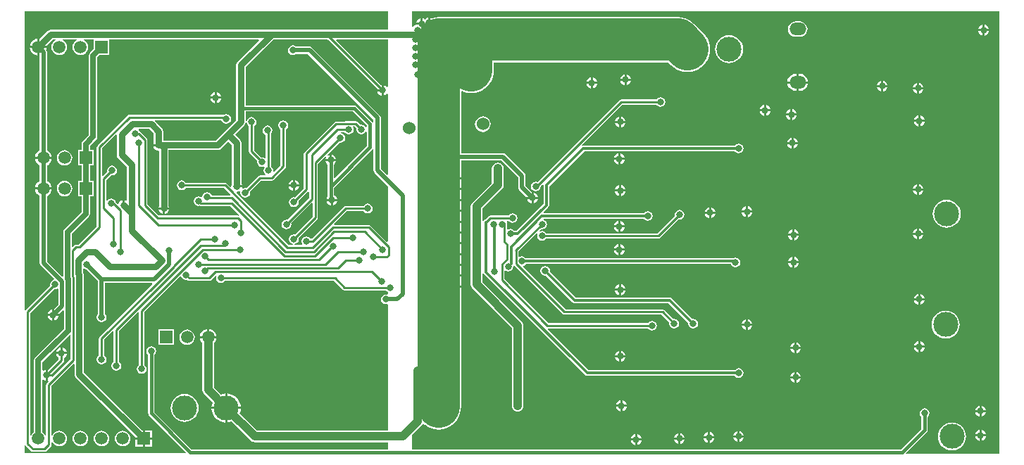
<source format=gbl>
G04 Layer_Physical_Order=2*
G04 Layer_Color=16711680*
%FSLAX25Y25*%
%MOIN*%
G70*
G01*
G75*
%ADD36C,0.20000*%
%ADD37C,0.01200*%
%ADD38C,0.04000*%
%ADD39C,0.02000*%
%ADD40C,0.01000*%
%ADD42C,0.03000*%
%ADD45C,0.02500*%
%ADD46C,0.01500*%
%ADD48R,0.05905X0.05905*%
%ADD49C,0.05905*%
%ADD50C,0.11811*%
%ADD51O,0.07874X0.05905*%
%ADD52C,0.06000*%
%ADD53C,0.03150*%
%ADD54C,0.02362*%
G36*
X221257Y340571D02*
Y336306D01*
X221251Y336298D01*
X220991Y335672D01*
X220969Y335500D01*
X223500D01*
Y334500D01*
X220969D01*
X220991Y334328D01*
X221251Y333701D01*
X221664Y333164D01*
X222201Y332751D01*
X222828Y332491D01*
X223500Y332403D01*
X223757Y332178D01*
Y306306D01*
X223751Y306298D01*
X223492Y305672D01*
X223469Y305500D01*
X228531D01*
X228508Y305672D01*
X228249Y306298D01*
X228243Y306306D01*
Y332500D01*
Y332757D01*
X251500D01*
X252358Y332928D01*
X253086Y333414D01*
X256500Y336828D01*
X258257Y335071D01*
Y316806D01*
X258251Y316798D01*
X257992Y316172D01*
X257907Y315530D01*
X257816Y315465D01*
X257424Y315306D01*
X255865Y316865D01*
X255468Y317130D01*
X255000Y317224D01*
X236418D01*
X236140Y317640D01*
X235388Y318143D01*
X234500Y318319D01*
X233612Y318143D01*
X232860Y317640D01*
X232357Y316888D01*
X232181Y316000D01*
X232357Y315112D01*
X232860Y314360D01*
X233612Y313857D01*
X234500Y313681D01*
X235388Y313857D01*
X236140Y314360D01*
X236418Y314776D01*
X254493D01*
X257546Y311723D01*
X257339Y311224D01*
X248675D01*
X248643Y311388D01*
X248140Y312140D01*
X247388Y312643D01*
X246500Y312819D01*
X245612Y312643D01*
X244860Y312140D01*
X244357Y311388D01*
X244218Y310689D01*
X243782Y310447D01*
X243697Y310436D01*
X243388Y310643D01*
X242500Y310819D01*
X241612Y310643D01*
X240860Y310140D01*
X240357Y309388D01*
X240181Y308500D01*
X240357Y307612D01*
X240860Y306860D01*
X241612Y306357D01*
X242500Y306181D01*
X243241Y306328D01*
X243500Y306276D01*
X257493D01*
X261561Y302209D01*
X261452Y301662D01*
X261423Y301639D01*
X261000Y301724D01*
X223507D01*
X218224Y307007D01*
Y337500D01*
X218130Y337968D01*
X217865Y338365D01*
X214865Y341365D01*
X214491Y341616D01*
X214140Y342140D01*
X213965Y342257D01*
X214117Y342757D01*
X219071D01*
X221257Y340571D01*
D02*
G37*
G36*
X621500Y188726D02*
X577470D01*
X577279Y189188D01*
X587045Y198955D01*
X587366Y199434D01*
X587478Y200000D01*
Y206252D01*
X587640Y206360D01*
X588143Y207112D01*
X588319Y208000D01*
X588143Y208888D01*
X587640Y209640D01*
X586888Y210143D01*
X586000Y210319D01*
X585112Y210143D01*
X584360Y209640D01*
X583857Y208888D01*
X583681Y208000D01*
X583857Y207112D01*
X584360Y206360D01*
X584522Y206252D01*
Y200612D01*
X574888Y190978D01*
X343500D01*
Y197649D01*
X347926Y202074D01*
X348358Y202638D01*
X348407Y202756D01*
X348933Y202964D01*
X349691Y202317D01*
X351127Y201437D01*
X352683Y200792D01*
X354321Y200399D01*
X356000Y200267D01*
X357679Y200399D01*
X359317Y200792D01*
X360873Y201437D01*
X362309Y202317D01*
X363589Y203411D01*
X364683Y204691D01*
X365563Y206127D01*
X366208Y207683D01*
X366601Y209321D01*
X366733Y211000D01*
Y224000D01*
Y267594D01*
X364591D01*
Y268594D01*
X366733D01*
Y272712D01*
X364591D01*
Y273712D01*
X366733D01*
Y277830D01*
X364591D01*
Y278830D01*
X366733D01*
Y282948D01*
X364591D01*
Y283948D01*
X366733D01*
Y288066D01*
X364591D01*
Y289066D01*
X366733D01*
Y293184D01*
X364591D01*
Y294184D01*
X366733D01*
Y298302D01*
X364591D01*
Y299302D01*
X366733D01*
Y303420D01*
X364591D01*
Y304420D01*
X366733D01*
Y308539D01*
X364591D01*
Y309539D01*
X366733D01*
Y313657D01*
X364591D01*
Y314657D01*
X366733D01*
Y318775D01*
X364591D01*
Y319775D01*
X366733D01*
Y327767D01*
X385782D01*
X393767Y319782D01*
Y315000D01*
X393899Y314337D01*
X394274Y313774D01*
X397549Y310500D01*
X400000D01*
Y312951D01*
X397233Y315718D01*
Y320500D01*
X397101Y321163D01*
X396726Y321726D01*
X387726Y330726D01*
X387163Y331101D01*
X386500Y331233D01*
X366733D01*
Y335000D01*
Y360443D01*
X367149Y360721D01*
X368183Y360292D01*
X369821Y359899D01*
X371500Y359767D01*
X373179Y359899D01*
X374817Y360292D01*
X376373Y360937D01*
X377809Y361817D01*
X379089Y362911D01*
X380183Y364191D01*
X381063Y365627D01*
X381708Y367183D01*
X382101Y368821D01*
X382233Y370500D01*
Y374267D01*
X464869D01*
X466225Y372911D01*
X467506Y371817D01*
X468942Y370937D01*
X470498Y370292D01*
X472136Y369899D01*
X473815Y369767D01*
X475494Y369899D01*
X477132Y370292D01*
X478688Y370937D01*
X480124Y371817D01*
X481404Y372911D01*
X482498Y374191D01*
X483378Y375627D01*
X484023Y377183D01*
X484416Y378821D01*
X484548Y380500D01*
X484416Y382179D01*
X484023Y383817D01*
X483378Y385373D01*
X482498Y386809D01*
X481404Y388089D01*
X476904Y392589D01*
X475624Y393683D01*
X474188Y394563D01*
X472632Y395208D01*
X470994Y395601D01*
X469315Y395733D01*
X356000D01*
X354321Y395601D01*
X352812Y395239D01*
X352799Y395249D01*
X352172Y395509D01*
X352000Y395531D01*
Y393000D01*
X351000D01*
Y395531D01*
X350828Y395509D01*
X350202Y395249D01*
X349664Y394836D01*
X349486Y394605D01*
X349299Y394749D01*
X348672Y395008D01*
X348500Y395031D01*
Y392500D01*
X348000D01*
Y392000D01*
X345307D01*
X344702Y391749D01*
X344164Y391336D01*
X344000Y391123D01*
X343500Y391293D01*
Y398500D01*
X621500D01*
Y188726D01*
D02*
G37*
G36*
X332000Y362793D02*
X331500Y362623D01*
X331336Y362836D01*
X330799Y363249D01*
X330172Y363509D01*
X330000Y363531D01*
Y361000D01*
Y358469D01*
X330172Y358491D01*
X330799Y358751D01*
X331336Y359164D01*
X331500Y359377D01*
X332000Y359207D01*
Y321105D01*
X331538Y320913D01*
X328733Y323718D01*
Y348000D01*
X328601Y348663D01*
X328226Y349226D01*
X296226Y381226D01*
X295663Y381601D01*
X295000Y381733D01*
X288500D01*
X287888Y382143D01*
X287000Y382319D01*
X286112Y382143D01*
X285360Y381640D01*
X284857Y380888D01*
X284681Y380000D01*
X284857Y379112D01*
X285360Y378360D01*
X286112Y377857D01*
X287000Y377681D01*
X287888Y377857D01*
X288500Y378267D01*
X294282D01*
X325267Y347282D01*
Y345866D01*
X324767Y345714D01*
X324545Y346045D01*
X317045Y353545D01*
X316566Y353866D01*
X316000Y353978D01*
X264743D01*
Y372071D01*
X277929Y385257D01*
X303513D01*
X327023Y361747D01*
X326992Y361672D01*
X326969Y361500D01*
X329000D01*
Y363531D01*
X328828Y363509D01*
X328753Y363477D01*
X307435Y384795D01*
X307627Y385257D01*
X332000D01*
Y362793D01*
D02*
G37*
G36*
X181951Y244986D02*
Y233682D01*
X173470Y225201D01*
X173449Y225207D01*
X173026Y225464D01*
X173031Y225500D01*
X171000D01*
Y223469D01*
X171036Y223474D01*
X171293Y223051D01*
X171299Y223029D01*
X170635Y222365D01*
X170370Y221968D01*
X170276Y221500D01*
Y197734D01*
X169776Y197635D01*
X169691Y197842D01*
X169105Y198605D01*
X168488Y199079D01*
Y223668D01*
X168988Y223915D01*
X169202Y223751D01*
X169828Y223492D01*
X170000Y223469D01*
Y226000D01*
Y228531D01*
X169828Y228508D01*
X169202Y228249D01*
X168988Y228085D01*
X168488Y228332D01*
Y232176D01*
X181489Y245178D01*
X181951Y244986D01*
D02*
G37*
G36*
X203757Y339820D02*
Y330500D01*
X203928Y329642D01*
X204414Y328914D01*
X208507Y324821D01*
Y309194D01*
X208007Y308870D01*
X207672Y309009D01*
X207500Y309031D01*
Y306500D01*
X206500D01*
Y309031D01*
X206328Y309009D01*
X205701Y308749D01*
X205164Y308336D01*
X204751Y307799D01*
X204572Y307366D01*
X204029Y307201D01*
X203217Y308013D01*
X203143Y308388D01*
X202640Y309140D01*
X201888Y309643D01*
X201000Y309819D01*
X200112Y309643D01*
X199360Y309140D01*
X199223Y308936D01*
X198723Y309087D01*
Y318493D01*
X201009Y320778D01*
X201500Y320681D01*
X202388Y320857D01*
X203140Y321360D01*
X203643Y322112D01*
X203819Y323000D01*
X203643Y323888D01*
X203140Y324640D01*
X202388Y325143D01*
X201500Y325319D01*
X200612Y325143D01*
X199860Y324640D01*
X199357Y323888D01*
X199181Y323000D01*
X199278Y322509D01*
X197185Y320416D01*
X196723Y320607D01*
Y333493D01*
X203276Y340045D01*
X203757Y339820D01*
D02*
G37*
G36*
X176041Y266764D02*
Y259493D01*
X174000Y257451D01*
Y255000D01*
X176451D01*
X178275Y256823D01*
X178737Y256632D01*
Y248048D01*
X165094Y234406D01*
X164663Y233761D01*
X164512Y233000D01*
Y199079D01*
X163895Y198605D01*
X163309Y197842D01*
X163224Y197635D01*
X162724Y197734D01*
Y255493D01*
X174009Y266778D01*
X174500Y266681D01*
X175388Y266857D01*
X175601Y267000D01*
X176041Y266764D01*
D02*
G37*
G36*
X188612Y276357D02*
X189335Y276213D01*
X194767Y270782D01*
Y255000D01*
X194357Y254388D01*
X194181Y253500D01*
X194357Y252612D01*
X194860Y251860D01*
X195612Y251357D01*
X196500Y251181D01*
X197388Y251357D01*
X198140Y251860D01*
X198643Y252612D01*
X198819Y253500D01*
X198643Y254388D01*
X198233Y255000D01*
Y269767D01*
X220383D01*
X220574Y269305D01*
X195635Y244365D01*
X195370Y243968D01*
X195276Y243500D01*
Y235418D01*
X194860Y235140D01*
X194357Y234388D01*
X194181Y233500D01*
X194357Y232612D01*
X194860Y231860D01*
X195612Y231357D01*
X196500Y231181D01*
X197388Y231357D01*
X198140Y231860D01*
X198643Y232612D01*
X198819Y233500D01*
X198643Y234388D01*
X198140Y235140D01*
X197723Y235418D01*
Y242993D01*
X201777Y247046D01*
X202276Y246839D01*
Y232418D01*
X201860Y232140D01*
X201357Y231388D01*
X201181Y230500D01*
X201357Y229612D01*
X201860Y228860D01*
X202612Y228357D01*
X203500Y228181D01*
X204388Y228357D01*
X205140Y228860D01*
X205643Y229612D01*
X205819Y230500D01*
X205643Y231388D01*
X205140Y232140D01*
X204724Y232418D01*
Y246993D01*
X213776Y256046D01*
X214277Y255839D01*
Y230918D01*
X213860Y230640D01*
X213357Y229888D01*
X213181Y229000D01*
X213357Y228112D01*
X213860Y227360D01*
X214612Y226857D01*
X215500Y226681D01*
X216388Y226857D01*
X217140Y227360D01*
X217643Y228112D01*
X217819Y229000D01*
X217643Y229888D01*
X217140Y230640D01*
X216723Y230918D01*
Y255993D01*
X233814Y273084D01*
X234292Y272938D01*
X234357Y272612D01*
X234860Y271860D01*
X235612Y271357D01*
X236500Y271181D01*
X236991Y271278D01*
X237135Y271135D01*
X237532Y270870D01*
X238000Y270777D01*
X247500D01*
X247968Y270870D01*
X248365Y271135D01*
X250534Y273303D01*
X250922Y272985D01*
X250857Y272888D01*
X250681Y272000D01*
X250857Y271112D01*
X251360Y270360D01*
X252112Y269857D01*
X253000Y269681D01*
X253888Y269857D01*
X254640Y270360D01*
X254918Y270777D01*
X306493D01*
X310635Y266635D01*
X311032Y266370D01*
X311500Y266277D01*
X331082D01*
X331360Y265860D01*
X332000Y265432D01*
Y264623D01*
X331500Y264220D01*
X331000Y264319D01*
X330112Y264143D01*
X329360Y263640D01*
X328857Y262888D01*
X328681Y262000D01*
X328857Y261112D01*
X329360Y260360D01*
X330112Y259857D01*
X331000Y259681D01*
X331500Y259780D01*
X332000Y259377D01*
Y199723D01*
X270128D01*
X261933Y207918D01*
X262306Y209146D01*
X262390Y210000D01*
X256000D01*
Y203610D01*
X256854Y203694D01*
X258082Y204067D01*
X267074Y195074D01*
X267638Y194642D01*
X268295Y194369D01*
X269000Y194277D01*
X332000D01*
Y190978D01*
X239112D01*
X221478Y208612D01*
Y235752D01*
X221640Y235860D01*
X222143Y236612D01*
X222319Y237500D01*
X222143Y238388D01*
X221640Y239140D01*
X220888Y239643D01*
X220000Y239819D01*
X219112Y239643D01*
X218360Y239140D01*
X217857Y238388D01*
X217681Y237500D01*
X217857Y236612D01*
X218360Y235860D01*
X218522Y235752D01*
Y208000D01*
X218634Y207434D01*
X218955Y206955D01*
X236447Y189462D01*
X236256Y189000D01*
X160000D01*
Y192685D01*
X160500Y192837D01*
X160635Y192635D01*
X163135Y190135D01*
X163532Y189870D01*
X164000Y189777D01*
X169500D01*
X169968Y189870D01*
X170365Y190135D01*
X172365Y192135D01*
X172630Y192532D01*
X172723Y193000D01*
Y194266D01*
X173223Y194365D01*
X173309Y194158D01*
X173895Y193395D01*
X174658Y192809D01*
X175546Y192441D01*
X176500Y192316D01*
X177454Y192441D01*
X178342Y192809D01*
X179105Y193395D01*
X179691Y194158D01*
X180059Y195046D01*
X180184Y196000D01*
X180059Y196954D01*
X179691Y197842D01*
X179105Y198605D01*
X178342Y199191D01*
X177454Y199559D01*
X176500Y199684D01*
X175546Y199559D01*
X174658Y199191D01*
X173895Y198605D01*
X173309Y197842D01*
X173223Y197635D01*
X172723Y197734D01*
Y220993D01*
X183170Y231439D01*
X183632Y231248D01*
Y226625D01*
X183802Y225767D01*
X184289Y225039D01*
X212547Y196781D01*
Y196500D01*
X216000D01*
Y199953D01*
X215720D01*
X188118Y227554D01*
Y273712D01*
X187947Y274570D01*
X187743Y274875D01*
Y276337D01*
X188243Y276604D01*
X188612Y276357D01*
D02*
G37*
G36*
X265217Y345818D02*
X265357Y345112D01*
X265860Y344360D01*
X266277Y344082D01*
Y332000D01*
X266370Y331532D01*
X266635Y331135D01*
X270278Y327491D01*
X270181Y327000D01*
X270357Y326112D01*
X270860Y325360D01*
X271612Y324857D01*
X272500Y324681D01*
X273388Y324857D01*
X273417Y324877D01*
X273777Y324516D01*
X273357Y323888D01*
X273181Y323000D01*
X273357Y322112D01*
X273860Y321360D01*
X274064Y321223D01*
X273913Y320724D01*
X271500D01*
X271032Y320630D01*
X270635Y320365D01*
X264991Y314722D01*
X264500Y314819D01*
X263612Y314643D01*
X263420Y314514D01*
X263042Y314802D01*
X263010Y314842D01*
X263031Y315000D01*
X260500D01*
Y316000D01*
X263031D01*
X263008Y316172D01*
X262749Y316798D01*
X262743Y316806D01*
Y336000D01*
X262572Y336858D01*
X262086Y337586D01*
X259672Y340000D01*
X264086Y344414D01*
X264572Y345142D01*
X264707Y345818D01*
X265217D01*
D02*
G37*
G36*
X317278Y342991D02*
X317181Y342500D01*
X317357Y341612D01*
X317860Y340860D01*
X318612Y340357D01*
X319500Y340181D01*
X320388Y340357D01*
X321140Y340860D01*
X321522Y341431D01*
X322022Y341279D01*
Y334612D01*
X306940Y319531D01*
X306478Y319723D01*
Y325889D01*
X306836Y326164D01*
X307249Y326701D01*
X307508Y327328D01*
X307531Y327500D01*
X302469D01*
X302491Y327328D01*
X302751Y326701D01*
X303164Y326164D01*
X303522Y325889D01*
Y315500D01*
Y310651D01*
X303251Y310298D01*
X302992Y309672D01*
X302969Y309500D01*
X308031D01*
X308009Y309672D01*
X307749Y310298D01*
X307336Y310836D01*
X306799Y311249D01*
X306478Y311382D01*
Y314888D01*
X324545Y332955D01*
X324767Y333286D01*
X325267Y333134D01*
Y323000D01*
X325399Y322337D01*
X325774Y321774D01*
X332000Y315549D01*
Y289358D01*
X331538Y289167D01*
X323840Y296865D01*
X323443Y297130D01*
X322974Y297223D01*
X306703D01*
X306512Y297685D01*
X312603Y303777D01*
X320582D01*
X320860Y303360D01*
X321612Y302857D01*
X322500Y302681D01*
X323388Y302857D01*
X324140Y303360D01*
X324643Y304112D01*
X324819Y305000D01*
X324643Y305888D01*
X324140Y306640D01*
X323388Y307143D01*
X322500Y307319D01*
X321612Y307143D01*
X320860Y306640D01*
X320582Y306224D01*
X312096D01*
X311628Y306130D01*
X311231Y305865D01*
X296089Y290723D01*
X295418D01*
X295140Y291140D01*
X294388Y291643D01*
X293500Y291819D01*
X292612Y291643D01*
X291860Y291140D01*
X291357Y290388D01*
X291181Y289500D01*
X291357Y288612D01*
X291617Y288224D01*
X291350Y287723D01*
X287765D01*
X287716Y288224D01*
X288388Y288357D01*
X289140Y288860D01*
X289643Y289612D01*
X289819Y290500D01*
X289722Y290991D01*
X298565Y299835D01*
X298830Y300232D01*
X298923Y300700D01*
Y326193D01*
X302424Y329693D01*
X302800Y329363D01*
X302751Y329298D01*
X302491Y328672D01*
X302469Y328500D01*
X304500D01*
Y330531D01*
X304328Y330508D01*
X303701Y330249D01*
X303637Y330200D01*
X303307Y330576D01*
X309009Y336278D01*
X309500Y336181D01*
X310388Y336357D01*
X311140Y336860D01*
X311643Y337612D01*
X311819Y338500D01*
X311643Y339388D01*
X311140Y340140D01*
X310388Y340643D01*
X309716Y340776D01*
X309765Y341277D01*
X311582D01*
X311860Y340860D01*
X312612Y340357D01*
X313500Y340181D01*
X314388Y340357D01*
X315140Y340860D01*
X315643Y341612D01*
X315819Y342500D01*
X315643Y343388D01*
X315494Y343610D01*
X315730Y344051D01*
X316218D01*
X317278Y342991D01*
D02*
G37*
G36*
X322022Y344388D02*
Y343721D01*
X321522Y343569D01*
X321140Y344140D01*
X320388Y344643D01*
X319500Y344819D01*
X319009Y344722D01*
X317590Y346140D01*
X317193Y346405D01*
X316725Y346498D01*
X312351D01*
X311882Y346405D01*
X311611Y346223D01*
X307500D01*
X307032Y346130D01*
X306635Y345865D01*
X292635Y331865D01*
X292370Y331468D01*
X292277Y331000D01*
Y314507D01*
X287991Y310222D01*
X287500Y310319D01*
X286612Y310143D01*
X285860Y309640D01*
X285357Y308888D01*
X285181Y308000D01*
X285357Y307112D01*
X285860Y306360D01*
X286612Y305857D01*
X287500Y305681D01*
X288388Y305857D01*
X289140Y306360D01*
X289643Y307112D01*
X289819Y308000D01*
X289722Y308491D01*
X294276Y313046D01*
X294622Y312960D01*
X294777Y312854D01*
Y310007D01*
X284491Y299722D01*
X284000Y299819D01*
X283112Y299643D01*
X282360Y299140D01*
X281857Y298388D01*
X281681Y297500D01*
X281857Y296612D01*
X282360Y295860D01*
X283112Y295357D01*
X284000Y295181D01*
X284888Y295357D01*
X285640Y295860D01*
X286143Y296612D01*
X286319Y297500D01*
X286222Y297991D01*
X296015Y307784D01*
X296477Y307593D01*
Y301207D01*
X287991Y292722D01*
X287500Y292819D01*
X286612Y292643D01*
X285860Y292140D01*
X285357Y291388D01*
X285181Y290500D01*
X285357Y289612D01*
X285860Y288860D01*
X286612Y288357D01*
X287284Y288224D01*
X287235Y287723D01*
X285007D01*
X260306Y312424D01*
X260465Y312816D01*
X260530Y312907D01*
X261172Y312991D01*
X261799Y313251D01*
X261824Y313271D01*
X262278Y312988D01*
X262181Y312500D01*
X262357Y311612D01*
X262860Y310860D01*
X263612Y310357D01*
X264500Y310181D01*
X265388Y310357D01*
X266140Y310860D01*
X266643Y311612D01*
X266819Y312500D01*
X266722Y312991D01*
X272007Y318277D01*
X277000D01*
X277468Y318370D01*
X277865Y318635D01*
X283365Y324135D01*
X283630Y324532D01*
X283723Y325000D01*
Y342582D01*
X284140Y342860D01*
X284643Y343612D01*
X284819Y344500D01*
X284643Y345388D01*
X284140Y346140D01*
X283388Y346643D01*
X282500Y346819D01*
X281612Y346643D01*
X280860Y346140D01*
X280357Y345388D01*
X280181Y344500D01*
X280357Y343612D01*
X280860Y342860D01*
X281276Y342582D01*
Y325507D01*
X278220Y322450D01*
X277759Y322696D01*
X277819Y323000D01*
X277643Y323888D01*
X277140Y324640D01*
X276724Y324918D01*
Y340485D01*
X277143Y341112D01*
X277319Y342000D01*
X277143Y342888D01*
X276640Y343640D01*
X275888Y344143D01*
X275000Y344319D01*
X274112Y344143D01*
X273360Y343640D01*
X272857Y342888D01*
X272681Y342000D01*
X272857Y341112D01*
X273360Y340360D01*
X274112Y339857D01*
X274276Y339825D01*
Y329150D01*
X273777Y328883D01*
X273388Y329143D01*
X272500Y329319D01*
X272009Y329222D01*
X268724Y332507D01*
Y344082D01*
X269140Y344360D01*
X269643Y345112D01*
X269819Y346000D01*
X269643Y346888D01*
X269140Y347640D01*
X268388Y348143D01*
X267500Y348319D01*
X266612Y348143D01*
X265860Y347640D01*
X265357Y346888D01*
X265243Y346314D01*
X264743Y346363D01*
Y351022D01*
X315388D01*
X322022Y344388D01*
D02*
G37*
G36*
X271123Y384795D02*
X260914Y374586D01*
X260428Y373858D01*
X260257Y373000D01*
Y353000D01*
Y346929D01*
X254914Y341586D01*
X250571Y337243D01*
X225743D01*
Y341500D01*
X225572Y342358D01*
X225086Y343086D01*
X221696Y346477D01*
X221851Y346976D01*
X253285D01*
X253357Y346612D01*
X253860Y345860D01*
X254612Y345357D01*
X255500Y345181D01*
X256388Y345357D01*
X257140Y345860D01*
X257643Y346612D01*
X257819Y347500D01*
X257643Y348388D01*
X257140Y349140D01*
X256388Y349643D01*
X255500Y349819D01*
X254612Y349643D01*
X254284Y349424D01*
X209700D01*
X209232Y349330D01*
X208835Y349065D01*
X194635Y334865D01*
X194370Y334468D01*
X194276Y334000D01*
Y296507D01*
X185693Y287924D01*
X184382D01*
X183913Y287830D01*
X183517Y287565D01*
X182800Y286849D01*
X182338Y287040D01*
Y293026D01*
X190406Y301094D01*
X190837Y301739D01*
X190988Y302500D01*
Y310847D01*
X192653D01*
Y318153D01*
X190988D01*
Y325347D01*
X192653D01*
Y332653D01*
X190988D01*
Y334677D01*
X193906Y337594D01*
X194337Y338239D01*
X194488Y339000D01*
Y376677D01*
X195659Y377847D01*
X200153D01*
Y385153D01*
X200610Y385257D01*
X270931D01*
X271123Y384795D01*
D02*
G37*
G36*
X332000Y389743D02*
X172500D01*
X171642Y389572D01*
X170914Y389086D01*
X167220Y385392D01*
X167000Y385421D01*
Y382000D01*
X170421D01*
X170392Y382220D01*
X173429Y385257D01*
X174718D01*
X174818Y384757D01*
X174658Y384691D01*
X173895Y384105D01*
X173309Y383342D01*
X172941Y382454D01*
X172816Y381500D01*
X172941Y380546D01*
X173309Y379658D01*
X173895Y378895D01*
X174658Y378309D01*
X175546Y377941D01*
X176500Y377816D01*
X177454Y377941D01*
X178342Y378309D01*
X179105Y378895D01*
X179691Y379658D01*
X180059Y380546D01*
X180184Y381500D01*
X180059Y382454D01*
X179691Y383342D01*
X179105Y384105D01*
X178342Y384691D01*
X178182Y384757D01*
X178282Y385257D01*
X184718D01*
X184818Y384757D01*
X184658Y384691D01*
X183895Y384105D01*
X183309Y383342D01*
X182941Y382454D01*
X182816Y381500D01*
X182941Y380546D01*
X183309Y379658D01*
X183895Y378895D01*
X184658Y378309D01*
X185546Y377941D01*
X186500Y377816D01*
X187454Y377941D01*
X188342Y378309D01*
X189105Y378895D01*
X189691Y379658D01*
X190059Y380546D01*
X190184Y381500D01*
X190059Y382454D01*
X189691Y383342D01*
X189105Y384105D01*
X188342Y384691D01*
X188182Y384757D01*
X188282Y385257D01*
X192390D01*
X192847Y385153D01*
Y380659D01*
X191094Y378906D01*
X190663Y378261D01*
X190512Y377500D01*
Y339824D01*
X187594Y336906D01*
X187163Y336261D01*
X187012Y335500D01*
Y332653D01*
X185347D01*
Y325347D01*
X187012D01*
Y318153D01*
X185347D01*
Y310847D01*
X187012D01*
Y303324D01*
X178944Y295256D01*
X178513Y294611D01*
X178362Y293850D01*
Y272874D01*
X177900Y272683D01*
X170733Y279849D01*
Y310940D01*
X170993Y311047D01*
X171819Y311681D01*
X172453Y312507D01*
X172851Y313468D01*
X172921Y314000D01*
X169000D01*
X165079D01*
X165149Y313468D01*
X165547Y312507D01*
X166181Y311681D01*
X167007Y311047D01*
X167267Y310940D01*
Y279131D01*
X167399Y278468D01*
X167774Y277906D01*
X174009Y271671D01*
X173864Y271193D01*
X173612Y271143D01*
X172860Y270640D01*
X172357Y269888D01*
X172181Y269000D01*
X172278Y268509D01*
X160635Y256865D01*
X160500Y256663D01*
X160000Y256815D01*
Y398500D01*
X332000D01*
Y389743D01*
D02*
G37*
%LPC*%
G36*
X225500Y304500D02*
X223469D01*
X223492Y304328D01*
X223751Y303701D01*
X224164Y303164D01*
X224701Y302751D01*
X225328Y302491D01*
X225500Y302469D01*
Y304500D01*
D02*
G37*
G36*
X228531D02*
X226500D01*
Y302469D01*
X226672Y302491D01*
X227298Y302751D01*
X227836Y303164D01*
X228249Y303701D01*
X228508Y304328D01*
X228531Y304500D01*
D02*
G37*
G36*
X502500Y252531D02*
Y250500D01*
X504531D01*
X504508Y250672D01*
X504249Y251298D01*
X503836Y251836D01*
X503299Y252249D01*
X502672Y252508D01*
X502500Y252531D01*
D02*
G37*
G36*
X406500Y277819D02*
X405612Y277643D01*
X404860Y277140D01*
X404357Y276388D01*
X404181Y275500D01*
X404357Y274612D01*
X404860Y273860D01*
X405612Y273357D01*
X406500Y273181D01*
X406871Y273254D01*
X419563Y260563D01*
X419993Y260275D01*
X420500Y260174D01*
X464951D01*
X474254Y250871D01*
X474181Y250500D01*
X474357Y249612D01*
X474860Y248860D01*
X475612Y248357D01*
X476500Y248181D01*
X477388Y248357D01*
X478140Y248860D01*
X478643Y249612D01*
X478819Y250500D01*
X478643Y251388D01*
X478140Y252140D01*
X477388Y252643D01*
X476500Y252819D01*
X476129Y252746D01*
X466437Y262437D01*
X466007Y262725D01*
X465500Y262825D01*
X421049D01*
X408746Y275129D01*
X408819Y275500D01*
X408643Y276388D01*
X408140Y277140D01*
X407388Y277643D01*
X406500Y277819D01*
D02*
G37*
G36*
X504531Y249500D02*
X502500D01*
Y247469D01*
X502672Y247492D01*
X503299Y247751D01*
X503836Y248164D01*
X504249Y248702D01*
X504508Y249328D01*
X504531Y249500D01*
D02*
G37*
G36*
X501500Y252531D02*
X501328Y252508D01*
X500702Y252249D01*
X500164Y251836D01*
X499751Y251298D01*
X499492Y250672D01*
X499469Y250500D01*
X501500D01*
Y252531D01*
D02*
G37*
G36*
Y249500D02*
X499469D01*
X499492Y249328D01*
X499751Y248702D01*
X500164Y248164D01*
X500702Y247751D01*
X501328Y247492D01*
X501500Y247469D01*
Y249500D01*
D02*
G37*
G36*
X524500Y241531D02*
X524328Y241509D01*
X523701Y241249D01*
X523164Y240836D01*
X522751Y240299D01*
X522492Y239672D01*
X522469Y239500D01*
X524500D01*
Y241531D01*
D02*
G37*
G36*
X525500D02*
Y239500D01*
X527531D01*
X527508Y239672D01*
X527249Y240299D01*
X526836Y240836D01*
X526299Y241249D01*
X525672Y241509D01*
X525500Y241531D01*
D02*
G37*
G36*
X583000Y239000D02*
X580969D01*
X580992Y238828D01*
X581251Y238201D01*
X581664Y237664D01*
X582201Y237251D01*
X582828Y236992D01*
X583000Y236969D01*
Y239000D01*
D02*
G37*
G36*
X586031D02*
X584000D01*
Y236969D01*
X584172Y236992D01*
X584798Y237251D01*
X585336Y237664D01*
X585749Y238201D01*
X586009Y238828D01*
X586031Y239000D01*
D02*
G37*
G36*
X596000Y256638D02*
X594705Y256510D01*
X593460Y256132D01*
X592312Y255519D01*
X591307Y254693D01*
X590481Y253688D01*
X589868Y252540D01*
X589490Y251295D01*
X589362Y250000D01*
X589490Y248705D01*
X589868Y247460D01*
X590481Y246312D01*
X591307Y245307D01*
X592312Y244481D01*
X593460Y243868D01*
X594705Y243490D01*
X596000Y243362D01*
X597295Y243490D01*
X598540Y243868D01*
X599688Y244481D01*
X600693Y245307D01*
X601519Y246312D01*
X602132Y247460D01*
X602510Y248705D01*
X602637Y250000D01*
X602510Y251295D01*
X602132Y252540D01*
X601519Y253688D01*
X600693Y254693D01*
X599688Y255519D01*
X598540Y256132D01*
X597295Y256510D01*
X596000Y256638D01*
D02*
G37*
G36*
X583000Y242031D02*
X582828Y242008D01*
X582201Y241749D01*
X581664Y241336D01*
X581251Y240798D01*
X580992Y240172D01*
X580969Y240000D01*
X583000D01*
Y242031D01*
D02*
G37*
G36*
X584000D02*
Y240000D01*
X586031D01*
X586009Y240172D01*
X585749Y240798D01*
X585336Y241336D01*
X584798Y241749D01*
X584172Y242008D01*
X584000Y242031D01*
D02*
G37*
G36*
X441000Y288031D02*
X440828Y288008D01*
X440202Y287749D01*
X439664Y287336D01*
X439251Y286799D01*
X438991Y286172D01*
X438969Y286000D01*
X441000D01*
Y288031D01*
D02*
G37*
G36*
X442000D02*
Y286000D01*
X444031D01*
X444008Y286172D01*
X443749Y286799D01*
X443336Y287336D01*
X442799Y287749D01*
X442172Y288008D01*
X442000Y288031D01*
D02*
G37*
G36*
X523500Y292000D02*
X521469D01*
X521491Y291828D01*
X521751Y291201D01*
X522164Y290664D01*
X522702Y290251D01*
X523328Y289991D01*
X523500Y289969D01*
Y292000D01*
D02*
G37*
G36*
X524500Y282031D02*
Y280000D01*
X526531D01*
X526509Y280172D01*
X526249Y280799D01*
X525836Y281336D01*
X525299Y281749D01*
X524672Y282009D01*
X524500Y282031D01*
D02*
G37*
G36*
X441000Y285000D02*
X438969D01*
X438991Y284828D01*
X439251Y284202D01*
X439664Y283664D01*
X440202Y283251D01*
X440828Y282992D01*
X441000Y282969D01*
Y285000D01*
D02*
G37*
G36*
X444031D02*
X442000D01*
Y282969D01*
X442172Y282992D01*
X442799Y283251D01*
X443336Y283664D01*
X443749Y284202D01*
X444008Y284828D01*
X444031Y285000D01*
D02*
G37*
G36*
X523500Y295031D02*
X523328Y295008D01*
X522702Y294749D01*
X522164Y294336D01*
X521751Y293798D01*
X521491Y293172D01*
X521469Y293000D01*
X523500D01*
Y295031D01*
D02*
G37*
G36*
X524500D02*
Y293000D01*
X526531D01*
X526509Y293172D01*
X526249Y293798D01*
X525836Y294336D01*
X525299Y294749D01*
X524672Y295008D01*
X524500Y295031D01*
D02*
G37*
G36*
X582500Y295531D02*
X582328Y295509D01*
X581702Y295249D01*
X581164Y294836D01*
X580751Y294299D01*
X580491Y293672D01*
X580469Y293500D01*
X582500D01*
Y295531D01*
D02*
G37*
G36*
X526531Y292000D02*
X524500D01*
Y289969D01*
X524672Y289991D01*
X525299Y290251D01*
X525836Y290664D01*
X526249Y291201D01*
X526509Y291828D01*
X526531Y292000D01*
D02*
G37*
G36*
X582500Y292500D02*
X580469D01*
X580491Y292328D01*
X580751Y291702D01*
X581164Y291164D01*
X581702Y290751D01*
X582328Y290492D01*
X582500Y290469D01*
Y292500D01*
D02*
G37*
G36*
X585531D02*
X583500D01*
Y290469D01*
X583672Y290492D01*
X584299Y290751D01*
X584836Y291164D01*
X585249Y291702D01*
X585508Y292328D01*
X585531Y292500D01*
D02*
G37*
G36*
X523500Y282031D02*
X523328Y282009D01*
X522702Y281749D01*
X522164Y281336D01*
X521751Y280799D01*
X521491Y280172D01*
X521469Y280000D01*
X523500D01*
Y282031D01*
D02*
G37*
G36*
X586031Y261500D02*
X584000D01*
Y259469D01*
X584172Y259491D01*
X584798Y259751D01*
X585336Y260164D01*
X585749Y260701D01*
X586009Y261328D01*
X586031Y261500D01*
D02*
G37*
G36*
X583000Y264531D02*
X582828Y264509D01*
X582201Y264249D01*
X581664Y263836D01*
X581251Y263299D01*
X580992Y262672D01*
X580969Y262500D01*
X583000D01*
Y264531D01*
D02*
G37*
G36*
X584000D02*
Y262500D01*
X586031D01*
X586009Y262672D01*
X585749Y263299D01*
X585336Y263836D01*
X584798Y264249D01*
X584172Y264509D01*
X584000Y264531D01*
D02*
G37*
G36*
X583000Y261500D02*
X580969D01*
X580992Y261328D01*
X581251Y260701D01*
X581664Y260164D01*
X582201Y259751D01*
X582828Y259491D01*
X583000Y259469D01*
Y261500D01*
D02*
G37*
G36*
X442500Y269031D02*
Y267000D01*
X444531D01*
X444509Y267172D01*
X444249Y267798D01*
X443836Y268336D01*
X443298Y268749D01*
X442672Y269008D01*
X442500Y269031D01*
D02*
G37*
G36*
X523500Y279000D02*
X521469D01*
X521491Y278828D01*
X521751Y278202D01*
X522164Y277664D01*
X522702Y277251D01*
X523328Y276992D01*
X523500Y276969D01*
Y279000D01*
D02*
G37*
G36*
X526531D02*
X524500D01*
Y276969D01*
X524672Y276992D01*
X525299Y277251D01*
X525836Y277664D01*
X526249Y278202D01*
X526509Y278828D01*
X526531Y279000D01*
D02*
G37*
G36*
X441500Y266000D02*
X439469D01*
X439492Y265828D01*
X439751Y265201D01*
X440164Y264664D01*
X440701Y264251D01*
X441328Y263991D01*
X441500Y263969D01*
Y266000D01*
D02*
G37*
G36*
X444531D02*
X442500D01*
Y263969D01*
X442672Y263991D01*
X443298Y264251D01*
X443836Y264664D01*
X444249Y265201D01*
X444509Y265828D01*
X444531Y266000D01*
D02*
G37*
G36*
X441500Y269031D02*
X441328Y269008D01*
X440701Y268749D01*
X440164Y268336D01*
X439751Y267798D01*
X439492Y267172D01*
X439469Y267000D01*
X441500D01*
Y269031D01*
D02*
G37*
G36*
X449000Y198031D02*
X448828Y198009D01*
X448202Y197749D01*
X447664Y197336D01*
X447251Y196799D01*
X446991Y196172D01*
X446969Y196000D01*
X449000D01*
Y198031D01*
D02*
G37*
G36*
X450000D02*
Y196000D01*
X452031D01*
X452008Y196172D01*
X451749Y196799D01*
X451336Y197336D01*
X450799Y197749D01*
X450172Y198009D01*
X450000Y198031D01*
D02*
G37*
G36*
X469500Y198531D02*
X469328Y198509D01*
X468702Y198249D01*
X468164Y197836D01*
X467751Y197299D01*
X467491Y196672D01*
X467469Y196500D01*
X469500D01*
Y198531D01*
D02*
G37*
G36*
X500531Y196500D02*
X498500D01*
Y194469D01*
X498672Y194492D01*
X499298Y194751D01*
X499836Y195164D01*
X500249Y195702D01*
X500508Y196328D01*
X500531Y196500D01*
D02*
G37*
G36*
X612000Y197000D02*
X609969D01*
X609992Y196828D01*
X610251Y196202D01*
X610664Y195664D01*
X611201Y195251D01*
X611828Y194992D01*
X612000Y194969D01*
Y197000D01*
D02*
G37*
G36*
X615031D02*
X613000D01*
Y194969D01*
X613172Y194992D01*
X613799Y195251D01*
X614336Y195664D01*
X614749Y196202D01*
X615008Y196828D01*
X615031Y197000D01*
D02*
G37*
G36*
X484500Y199031D02*
Y197000D01*
X486531D01*
X486509Y197172D01*
X486249Y197799D01*
X485836Y198336D01*
X485298Y198749D01*
X484672Y199009D01*
X484500Y199031D01*
D02*
G37*
G36*
X497500Y199531D02*
X497328Y199509D01*
X496701Y199249D01*
X496164Y198836D01*
X495751Y198299D01*
X495492Y197672D01*
X495469Y197500D01*
X497500D01*
Y199531D01*
D02*
G37*
G36*
X498500D02*
Y197500D01*
X500531D01*
X500508Y197672D01*
X500249Y198299D01*
X499836Y198836D01*
X499298Y199249D01*
X498672Y199509D01*
X498500Y199531D01*
D02*
G37*
G36*
X470500Y198531D02*
Y196500D01*
X472531D01*
X472508Y196672D01*
X472249Y197299D01*
X471836Y197836D01*
X471299Y198249D01*
X470672Y198509D01*
X470500Y198531D01*
D02*
G37*
G36*
X483500Y199031D02*
X483328Y199009D01*
X482701Y198749D01*
X482164Y198336D01*
X481751Y197799D01*
X481492Y197172D01*
X481469Y197000D01*
X483500D01*
Y199031D01*
D02*
G37*
G36*
X497500Y196500D02*
X495469D01*
X495492Y196328D01*
X495751Y195702D01*
X496164Y195164D01*
X496701Y194751D01*
X497328Y194492D01*
X497500Y194469D01*
Y196500D01*
D02*
G37*
G36*
X599000Y203638D02*
X597705Y203510D01*
X596460Y203132D01*
X595312Y202519D01*
X594307Y201693D01*
X593481Y200688D01*
X592868Y199540D01*
X592490Y198295D01*
X592362Y197000D01*
X592490Y195705D01*
X592868Y194460D01*
X593481Y193312D01*
X594307Y192307D01*
X595312Y191481D01*
X596460Y190868D01*
X597705Y190490D01*
X599000Y190363D01*
X600295Y190490D01*
X601540Y190868D01*
X602688Y191481D01*
X603693Y192307D01*
X604519Y193312D01*
X605132Y194460D01*
X605510Y195705D01*
X605638Y197000D01*
X605510Y198295D01*
X605132Y199540D01*
X604519Y200688D01*
X603693Y201693D01*
X602688Y202519D01*
X601540Y203132D01*
X600295Y203510D01*
X599000Y203638D01*
D02*
G37*
G36*
X472531Y195500D02*
X470500D01*
Y193469D01*
X470672Y193491D01*
X471299Y193751D01*
X471836Y194164D01*
X472249Y194702D01*
X472508Y195328D01*
X472531Y195500D01*
D02*
G37*
G36*
X483500Y196000D02*
X481469D01*
X481492Y195828D01*
X481751Y195202D01*
X482164Y194664D01*
X482701Y194251D01*
X483328Y193991D01*
X483500Y193969D01*
Y196000D01*
D02*
G37*
G36*
X486531D02*
X484500D01*
Y193969D01*
X484672Y193991D01*
X485298Y194251D01*
X485836Y194664D01*
X486249Y195202D01*
X486509Y195828D01*
X486531Y196000D01*
D02*
G37*
G36*
X449000Y195000D02*
X446969D01*
X446991Y194828D01*
X447251Y194202D01*
X447664Y193664D01*
X448202Y193251D01*
X448828Y192991D01*
X449000Y192969D01*
Y195000D01*
D02*
G37*
G36*
X452031D02*
X450000D01*
Y192969D01*
X450172Y192991D01*
X450799Y193251D01*
X451336Y193664D01*
X451749Y194202D01*
X452008Y194828D01*
X452031Y195000D01*
D02*
G37*
G36*
X469500Y195500D02*
X467469D01*
X467491Y195328D01*
X467751Y194702D01*
X468164Y194164D01*
X468702Y193751D01*
X469328Y193491D01*
X469500Y193469D01*
Y195500D01*
D02*
G37*
G36*
X524500Y227531D02*
X524328Y227508D01*
X523701Y227249D01*
X523164Y226836D01*
X522751Y226298D01*
X522492Y225672D01*
X522469Y225500D01*
X524500D01*
Y227531D01*
D02*
G37*
G36*
X525500D02*
Y225500D01*
X527531D01*
X527508Y225672D01*
X527249Y226298D01*
X526836Y226836D01*
X526299Y227249D01*
X525672Y227508D01*
X525500Y227531D01*
D02*
G37*
G36*
X443000Y214031D02*
Y212000D01*
X445031D01*
X445009Y212172D01*
X444749Y212799D01*
X444336Y213336D01*
X443798Y213749D01*
X443172Y214008D01*
X443000Y214031D01*
D02*
G37*
G36*
X524500Y224500D02*
X522469D01*
X522492Y224328D01*
X522751Y223702D01*
X523164Y223164D01*
X523701Y222751D01*
X524328Y222492D01*
X524500Y222469D01*
Y224500D01*
D02*
G37*
G36*
X527531D02*
X525500D01*
Y222469D01*
X525672Y222492D01*
X526299Y222751D01*
X526836Y223164D01*
X527249Y223702D01*
X527508Y224328D01*
X527531Y224500D01*
D02*
G37*
G36*
X442500Y237531D02*
Y235500D01*
X444531D01*
X444509Y235672D01*
X444249Y236298D01*
X443836Y236836D01*
X443298Y237249D01*
X442672Y237509D01*
X442500Y237531D01*
D02*
G37*
G36*
X524500Y238500D02*
X522469D01*
X522492Y238328D01*
X522751Y237702D01*
X523164Y237164D01*
X523701Y236751D01*
X524328Y236491D01*
X524500Y236469D01*
Y238500D01*
D02*
G37*
G36*
X527531D02*
X525500D01*
Y236469D01*
X525672Y236491D01*
X526299Y236751D01*
X526836Y237164D01*
X527249Y237702D01*
X527508Y238328D01*
X527531Y238500D01*
D02*
G37*
G36*
X441500Y234500D02*
X439469D01*
X439492Y234328D01*
X439751Y233701D01*
X440164Y233164D01*
X440701Y232751D01*
X441328Y232491D01*
X441500Y232469D01*
Y234500D01*
D02*
G37*
G36*
X444531D02*
X442500D01*
Y232469D01*
X442672Y232491D01*
X443298Y232751D01*
X443836Y233164D01*
X444249Y233701D01*
X444509Y234328D01*
X444531Y234500D01*
D02*
G37*
G36*
X441500Y237531D02*
X441328Y237509D01*
X440701Y237249D01*
X440164Y236836D01*
X439751Y236298D01*
X439492Y235672D01*
X439469Y235500D01*
X441500D01*
Y237531D01*
D02*
G37*
G36*
X442000Y214031D02*
X441828Y214008D01*
X441201Y213749D01*
X440664Y213336D01*
X440251Y212799D01*
X439992Y212172D01*
X439969Y212000D01*
X442000D01*
Y214031D01*
D02*
G37*
G36*
X612000Y208500D02*
X609969D01*
X609992Y208328D01*
X610251Y207701D01*
X610664Y207164D01*
X611201Y206751D01*
X611828Y206491D01*
X612000Y206469D01*
Y208500D01*
D02*
G37*
G36*
X615031D02*
X613000D01*
Y206469D01*
X613172Y206491D01*
X613799Y206751D01*
X614336Y207164D01*
X614749Y207701D01*
X615008Y208328D01*
X615031Y208500D01*
D02*
G37*
G36*
X612000Y200031D02*
X611828Y200009D01*
X611201Y199749D01*
X610664Y199336D01*
X610251Y198799D01*
X609992Y198172D01*
X609969Y198000D01*
X612000D01*
Y200031D01*
D02*
G37*
G36*
X613000D02*
Y198000D01*
X615031D01*
X615008Y198172D01*
X614749Y198799D01*
X614336Y199336D01*
X613799Y199749D01*
X613172Y200009D01*
X613000Y200031D01*
D02*
G37*
G36*
Y211531D02*
Y209500D01*
X615031D01*
X615008Y209672D01*
X614749Y210298D01*
X614336Y210836D01*
X613799Y211249D01*
X613172Y211508D01*
X613000Y211531D01*
D02*
G37*
G36*
X442000Y211000D02*
X439969D01*
X439992Y210828D01*
X440251Y210202D01*
X440664Y209664D01*
X441201Y209251D01*
X441828Y208992D01*
X442000Y208969D01*
Y211000D01*
D02*
G37*
G36*
X445031D02*
X443000D01*
Y208969D01*
X443172Y208992D01*
X443798Y209251D01*
X444336Y209664D01*
X444749Y210202D01*
X445009Y210828D01*
X445031Y211000D01*
D02*
G37*
G36*
X612000Y211531D02*
X611828Y211508D01*
X611201Y211249D01*
X610664Y210836D01*
X610251Y210298D01*
X609992Y209672D01*
X609969Y209500D01*
X612000D01*
Y211531D01*
D02*
G37*
G36*
X583500Y295531D02*
Y293500D01*
X585531D01*
X585508Y293672D01*
X585249Y294299D01*
X584836Y294836D01*
X584299Y295249D01*
X583672Y295509D01*
X583500Y295531D01*
D02*
G37*
G36*
X511000Y354031D02*
Y352000D01*
X513031D01*
X513008Y352172D01*
X512749Y352799D01*
X512336Y353336D01*
X511798Y353749D01*
X511172Y354009D01*
X511000Y354031D01*
D02*
G37*
G36*
X461000Y357819D02*
X460112Y357643D01*
X459360Y357140D01*
X459082Y356723D01*
X442500D01*
X442032Y356630D01*
X441635Y356365D01*
X402903Y317633D01*
X402888Y317643D01*
X402000Y317819D01*
X401112Y317643D01*
X400360Y317140D01*
X399857Y316388D01*
X399681Y315500D01*
X399857Y314612D01*
X400360Y313860D01*
X401112Y313357D01*
X402000Y313181D01*
X402888Y313357D01*
X403640Y313860D01*
X404143Y314612D01*
X404319Y315500D01*
X404305Y315574D01*
X405273Y316542D01*
X405733Y316296D01*
X405675Y316000D01*
Y307049D01*
X392951Y294325D01*
X391850D01*
X391640Y294640D01*
X390888Y295143D01*
X390000Y295319D01*
X389112Y295143D01*
X388890Y294994D01*
X388449Y295230D01*
Y298225D01*
X388356Y298693D01*
X388300Y298777D01*
X388567Y299276D01*
X389082D01*
X389360Y298860D01*
X390112Y298357D01*
X391000Y298181D01*
X391888Y298357D01*
X392640Y298860D01*
X393143Y299612D01*
X393319Y300500D01*
X393143Y301388D01*
X392640Y302140D01*
X391888Y302643D01*
X391000Y302819D01*
X390112Y302643D01*
X389360Y302140D01*
X389082Y301724D01*
X380500D01*
X380032Y301630D01*
X379635Y301365D01*
X377995Y299725D01*
X377993Y299725D01*
X377563Y299437D01*
X377275Y299007D01*
X377223Y298745D01*
X376723Y298794D01*
Y304872D01*
X384926Y313074D01*
X384926Y313074D01*
X385926Y314074D01*
X386358Y314638D01*
X386631Y315295D01*
X386723Y316000D01*
Y320000D01*
Y324000D01*
X386631Y324705D01*
X386358Y325362D01*
X385926Y325926D01*
X385362Y326358D01*
X384705Y326630D01*
X384000Y326723D01*
X383295Y326630D01*
X382638Y326358D01*
X382074Y325926D01*
X381642Y325362D01*
X381369Y324705D01*
X381277Y324000D01*
Y320000D01*
Y317128D01*
X381074Y316926D01*
X381074Y316926D01*
X372074Y307926D01*
X371642Y307362D01*
X371370Y306705D01*
X371277Y306000D01*
Y269000D01*
X371370Y268295D01*
X371642Y267638D01*
X372074Y267074D01*
X390777Y248372D01*
Y222500D01*
Y218500D01*
Y215000D01*
Y211500D01*
X390869Y210795D01*
X391142Y210138D01*
X391574Y209574D01*
X392138Y209142D01*
X392795Y208870D01*
X393500Y208777D01*
X394205Y208870D01*
X394862Y209142D01*
X395426Y209574D01*
X395858Y210138D01*
X396130Y210795D01*
X396223Y211500D01*
Y215000D01*
Y218500D01*
Y222500D01*
Y249500D01*
X396130Y250205D01*
X395858Y250862D01*
X395426Y251426D01*
X376723Y270128D01*
Y274649D01*
X377223Y274698D01*
X377275Y274436D01*
X377563Y274006D01*
X425506Y226063D01*
X425936Y225775D01*
X426443Y225675D01*
X496150D01*
X496360Y225360D01*
X497112Y224857D01*
X498000Y224681D01*
X498888Y224857D01*
X499640Y225360D01*
X500143Y226112D01*
X500319Y227000D01*
X500143Y227888D01*
X499640Y228640D01*
X498888Y229143D01*
X498000Y229319D01*
X497112Y229143D01*
X496360Y228640D01*
X496150Y228326D01*
X426992D01*
X407523Y247795D01*
X407525Y247819D01*
X407748Y248276D01*
X455082D01*
X455360Y247860D01*
X456112Y247357D01*
X457000Y247181D01*
X457888Y247357D01*
X458640Y247860D01*
X459143Y248612D01*
X459319Y249500D01*
X459143Y250388D01*
X458640Y251140D01*
X457888Y251643D01*
X457000Y251819D01*
X456112Y251643D01*
X455360Y251140D01*
X455082Y250724D01*
X408083D01*
X387224Y271583D01*
Y275350D01*
X387723Y275617D01*
X388112Y275357D01*
X389000Y275181D01*
X389888Y275357D01*
X390640Y275860D01*
X391143Y276612D01*
X391319Y277500D01*
X391498Y277705D01*
X392132Y277713D01*
X414711Y255135D01*
X415108Y254870D01*
X415576Y254777D01*
X461493D01*
X465278Y250991D01*
X465181Y250500D01*
X465357Y249612D01*
X465860Y248860D01*
X466612Y248357D01*
X467500Y248181D01*
X468388Y248357D01*
X469140Y248860D01*
X469643Y249612D01*
X469819Y250500D01*
X469643Y251388D01*
X469140Y252140D01*
X468388Y252643D01*
X467500Y252819D01*
X467009Y252722D01*
X462865Y256865D01*
X462468Y257130D01*
X462000Y257224D01*
X416083D01*
X395980Y277326D01*
X396125Y277805D01*
X396388Y277857D01*
X397140Y278360D01*
X397350Y278675D01*
X494345D01*
X494357Y278612D01*
X494860Y277860D01*
X495612Y277357D01*
X496500Y277181D01*
X497388Y277357D01*
X498140Y277860D01*
X498643Y278612D01*
X498819Y279500D01*
X498643Y280388D01*
X498140Y281140D01*
X497388Y281643D01*
X496500Y281819D01*
X495612Y281643D01*
X495138Y281326D01*
X397350D01*
X397140Y281640D01*
X396388Y282143D01*
X395500Y282319D01*
X394612Y282143D01*
X394390Y281994D01*
X393949Y282230D01*
Y284718D01*
X402534Y293303D01*
X402922Y292985D01*
X402857Y292888D01*
X402681Y292000D01*
X402857Y291112D01*
X403360Y290360D01*
X404112Y289857D01*
X405000Y289681D01*
X405888Y289857D01*
X406640Y290360D01*
X406918Y290776D01*
X460000D01*
X460468Y290870D01*
X460865Y291135D01*
X469509Y299778D01*
X470000Y299681D01*
X470888Y299857D01*
X471640Y300360D01*
X472143Y301112D01*
X472319Y302000D01*
X472143Y302888D01*
X471640Y303640D01*
X470888Y304143D01*
X470000Y304319D01*
X469112Y304143D01*
X468360Y303640D01*
X467857Y302888D01*
X467681Y302000D01*
X467778Y301509D01*
X459493Y293224D01*
X406918D01*
X406640Y293640D01*
X405888Y294143D01*
X405000Y294319D01*
X404112Y294143D01*
X404015Y294078D01*
X403697Y294466D01*
X404509Y295278D01*
X405000Y295181D01*
X405888Y295357D01*
X406640Y295860D01*
X407143Y296612D01*
X407319Y297500D01*
X407143Y298388D01*
X406640Y299140D01*
X405888Y299643D01*
X405728Y299675D01*
X405777Y300174D01*
X453150D01*
X453360Y299860D01*
X454112Y299357D01*
X455000Y299181D01*
X455888Y299357D01*
X456640Y299860D01*
X457143Y300612D01*
X457319Y301500D01*
X457143Y302388D01*
X456640Y303140D01*
X455888Y303643D01*
X455000Y303819D01*
X454112Y303643D01*
X453360Y303140D01*
X453150Y302825D01*
X405853D01*
X405662Y303287D01*
X407937Y305563D01*
X408225Y305993D01*
X408325Y306500D01*
Y315451D01*
X425049Y332174D01*
X496150D01*
X496360Y331860D01*
X497112Y331357D01*
X498000Y331181D01*
X498888Y331357D01*
X499640Y331860D01*
X500143Y332612D01*
X500319Y333500D01*
X500143Y334388D01*
X499640Y335140D01*
X498888Y335643D01*
X498000Y335819D01*
X497112Y335643D01*
X496360Y335140D01*
X496150Y334825D01*
X424500D01*
X424204Y334767D01*
X423958Y335227D01*
X443007Y354276D01*
X459082D01*
X459360Y353860D01*
X460112Y353357D01*
X461000Y353181D01*
X461888Y353357D01*
X462640Y353860D01*
X463143Y354612D01*
X463319Y355500D01*
X463143Y356388D01*
X462640Y357140D01*
X461888Y357643D01*
X461000Y357819D01*
D02*
G37*
G36*
X565500Y362500D02*
X563469D01*
X563491Y362328D01*
X563751Y361701D01*
X564164Y361164D01*
X564702Y360751D01*
X565328Y360491D01*
X565500Y360469D01*
Y362500D01*
D02*
G37*
G36*
X568531D02*
X566500D01*
Y360469D01*
X566672Y360491D01*
X567299Y360751D01*
X567836Y361164D01*
X568249Y361701D01*
X568508Y362328D01*
X568531Y362500D01*
D02*
G37*
G36*
X525500Y364303D02*
X521095D01*
X521165Y363771D01*
X521563Y362810D01*
X522197Y361984D01*
X523022Y361350D01*
X523984Y360952D01*
X525016Y360816D01*
X525500D01*
Y364303D01*
D02*
G37*
G36*
X582500Y361500D02*
X580469D01*
X580491Y361328D01*
X580751Y360701D01*
X581164Y360164D01*
X581702Y359751D01*
X582328Y359491D01*
X582500Y359469D01*
Y361500D01*
D02*
G37*
G36*
X585531D02*
X583500D01*
Y359469D01*
X583672Y359491D01*
X584299Y359751D01*
X584836Y360164D01*
X585249Y360701D01*
X585508Y361328D01*
X585531Y361500D01*
D02*
G37*
G36*
X522500Y349000D02*
X520469D01*
X520492Y348828D01*
X520751Y348201D01*
X521164Y347664D01*
X521701Y347251D01*
X522328Y346991D01*
X522500Y346969D01*
Y349000D01*
D02*
G37*
G36*
X525531D02*
X523500D01*
Y346969D01*
X523672Y346991D01*
X524298Y347251D01*
X524836Y347664D01*
X525249Y348201D01*
X525508Y348828D01*
X525531Y349000D01*
D02*
G37*
G36*
X583000Y349031D02*
X582828Y349008D01*
X582201Y348749D01*
X581664Y348336D01*
X581251Y347798D01*
X580992Y347172D01*
X580969Y347000D01*
X583000D01*
Y349031D01*
D02*
G37*
G36*
X586031Y346000D02*
X584000D01*
Y343969D01*
X584172Y343991D01*
X584798Y344251D01*
X585336Y344664D01*
X585749Y345201D01*
X586009Y345828D01*
X586031Y346000D01*
D02*
G37*
G36*
X441500Y348531D02*
X441328Y348509D01*
X440701Y348249D01*
X440164Y347836D01*
X439751Y347299D01*
X439492Y346672D01*
X439469Y346500D01*
X441500D01*
Y348531D01*
D02*
G37*
G36*
X442500D02*
Y346500D01*
X444531D01*
X444509Y346672D01*
X444249Y347299D01*
X443836Y347836D01*
X443298Y348249D01*
X442672Y348509D01*
X442500Y348531D01*
D02*
G37*
G36*
X522500Y352031D02*
X522328Y352009D01*
X521701Y351749D01*
X521164Y351336D01*
X520751Y350799D01*
X520492Y350172D01*
X520469Y350000D01*
X522500D01*
Y352031D01*
D02*
G37*
G36*
X523500D02*
Y350000D01*
X525531D01*
X525508Y350172D01*
X525249Y350799D01*
X524836Y351336D01*
X524298Y351749D01*
X523672Y352009D01*
X523500Y352031D01*
D02*
G37*
G36*
X510000Y354031D02*
X509828Y354009D01*
X509201Y353749D01*
X508664Y353336D01*
X508251Y352799D01*
X507992Y352172D01*
X507969Y352000D01*
X510000D01*
Y354031D01*
D02*
G37*
G36*
X584000Y349031D02*
Y347000D01*
X586031D01*
X586009Y347172D01*
X585749Y347798D01*
X585336Y348336D01*
X584798Y348749D01*
X584172Y349008D01*
X584000Y349031D01*
D02*
G37*
G36*
X510000Y351000D02*
X507969D01*
X507992Y350828D01*
X508251Y350202D01*
X508664Y349664D01*
X509201Y349251D01*
X509828Y348991D01*
X510000Y348969D01*
Y351000D01*
D02*
G37*
G36*
X513031D02*
X511000D01*
Y348969D01*
X511172Y348991D01*
X511798Y349251D01*
X512336Y349664D01*
X512749Y350202D01*
X513008Y350828D01*
X513031Y351000D01*
D02*
G37*
G36*
X493500Y387138D02*
X492205Y387010D01*
X490960Y386632D01*
X489812Y386019D01*
X488807Y385193D01*
X487981Y384188D01*
X487368Y383040D01*
X486990Y381795D01*
X486863Y380500D01*
X486990Y379205D01*
X487368Y377960D01*
X487981Y376812D01*
X488807Y375807D01*
X489812Y374981D01*
X490960Y374368D01*
X492205Y373990D01*
X493500Y373863D01*
X494795Y373990D01*
X496040Y374368D01*
X497188Y374981D01*
X498193Y375807D01*
X499019Y376812D01*
X499632Y377960D01*
X500010Y379205D01*
X500138Y380500D01*
X500010Y381795D01*
X499632Y383040D01*
X499019Y384188D01*
X498193Y385193D01*
X497188Y386019D01*
X496040Y386632D01*
X494795Y387010D01*
X493500Y387138D01*
D02*
G37*
G36*
X526984Y368790D02*
X526500D01*
Y365303D01*
X530905D01*
X530835Y365835D01*
X530437Y366797D01*
X529803Y367622D01*
X528978Y368256D01*
X528016Y368654D01*
X526984Y368790D01*
D02*
G37*
G36*
X444000Y368531D02*
X443828Y368509D01*
X443201Y368249D01*
X442664Y367836D01*
X442251Y367299D01*
X441992Y366672D01*
X441969Y366500D01*
X444000D01*
Y368531D01*
D02*
G37*
G36*
X445000D02*
Y366500D01*
X447031D01*
X447009Y366672D01*
X446749Y367299D01*
X446336Y367836D01*
X445798Y368249D01*
X445172Y368509D01*
X445000Y368531D01*
D02*
G37*
G36*
X613500Y392031D02*
X613328Y392008D01*
X612702Y391749D01*
X612164Y391336D01*
X611751Y390798D01*
X611491Y390172D01*
X611469Y390000D01*
X613500D01*
Y392031D01*
D02*
G37*
G36*
X614500D02*
Y390000D01*
X616531D01*
X616508Y390172D01*
X616249Y390798D01*
X615836Y391336D01*
X615299Y391749D01*
X614672Y392008D01*
X614500Y392031D01*
D02*
G37*
G36*
X347500Y395031D02*
X347328Y395008D01*
X346702Y394749D01*
X346164Y394336D01*
X345751Y393798D01*
X345492Y393172D01*
X345469Y393000D01*
X347500D01*
Y395031D01*
D02*
G37*
G36*
X526984Y393684D02*
X525016D01*
X524062Y393559D01*
X523174Y393191D01*
X522411Y392605D01*
X521825Y391842D01*
X521457Y390954D01*
X521332Y390000D01*
X521457Y389046D01*
X521825Y388158D01*
X522411Y387395D01*
X523174Y386809D01*
X524062Y386441D01*
X525016Y386316D01*
X526984D01*
X527938Y386441D01*
X528826Y386809D01*
X529589Y387395D01*
X530175Y388158D01*
X530543Y389046D01*
X530668Y390000D01*
X530543Y390954D01*
X530175Y391842D01*
X529589Y392605D01*
X528826Y393191D01*
X527938Y393559D01*
X526984Y393684D01*
D02*
G37*
G36*
X613500Y389000D02*
X611469D01*
X611491Y388828D01*
X611751Y388201D01*
X612164Y387664D01*
X612702Y387251D01*
X613328Y386992D01*
X613500Y386969D01*
Y389000D01*
D02*
G37*
G36*
X616531D02*
X614500D01*
Y386969D01*
X614672Y386992D01*
X615299Y387251D01*
X615836Y387664D01*
X616249Y388201D01*
X616508Y388828D01*
X616531Y389000D01*
D02*
G37*
G36*
X582500Y364531D02*
X582328Y364509D01*
X581702Y364249D01*
X581164Y363836D01*
X580751Y363299D01*
X580491Y362672D01*
X580469Y362500D01*
X582500D01*
Y364531D01*
D02*
G37*
G36*
X583500D02*
Y362500D01*
X585531D01*
X585508Y362672D01*
X585249Y363299D01*
X584836Y363836D01*
X584299Y364249D01*
X583672Y364509D01*
X583500Y364531D01*
D02*
G37*
G36*
X444000Y365500D02*
X441969D01*
X441992Y365328D01*
X442251Y364702D01*
X442664Y364164D01*
X443201Y363751D01*
X443828Y363492D01*
X444000Y363469D01*
Y365500D01*
D02*
G37*
G36*
X530905Y364303D02*
X526500D01*
Y360816D01*
X526984D01*
X528016Y360952D01*
X528978Y361350D01*
X529803Y361984D01*
X530437Y362810D01*
X530835Y363771D01*
X530905Y364303D01*
D02*
G37*
G36*
X428000Y364000D02*
X425969D01*
X425991Y363828D01*
X426251Y363201D01*
X426664Y362664D01*
X427202Y362251D01*
X427828Y361992D01*
X428000Y361969D01*
Y364000D01*
D02*
G37*
G36*
X431031D02*
X429000D01*
Y361969D01*
X429172Y361992D01*
X429799Y362251D01*
X430336Y362664D01*
X430749Y363201D01*
X431008Y363828D01*
X431031Y364000D01*
D02*
G37*
G36*
X428000Y367031D02*
X427828Y367008D01*
X427202Y366749D01*
X426664Y366336D01*
X426251Y365798D01*
X425991Y365172D01*
X425969Y365000D01*
X428000D01*
Y367031D01*
D02*
G37*
G36*
X429000D02*
Y365000D01*
X431031D01*
X431008Y365172D01*
X430749Y365798D01*
X430336Y366336D01*
X429799Y366749D01*
X429172Y367008D01*
X429000Y367031D01*
D02*
G37*
G36*
X525500Y368790D02*
X525016D01*
X523984Y368654D01*
X523022Y368256D01*
X522197Y367622D01*
X521563Y366797D01*
X521165Y365835D01*
X521095Y365303D01*
X525500D01*
Y368790D01*
D02*
G37*
G36*
X447031Y365500D02*
X445000D01*
Y363469D01*
X445172Y363492D01*
X445798Y363751D01*
X446336Y364164D01*
X446749Y364702D01*
X447009Y365328D01*
X447031Y365500D01*
D02*
G37*
G36*
X565500Y365531D02*
X565328Y365509D01*
X564702Y365249D01*
X564164Y364836D01*
X563751Y364299D01*
X563491Y363672D01*
X563469Y363500D01*
X565500D01*
Y365531D01*
D02*
G37*
G36*
X566500D02*
Y363500D01*
X568531D01*
X568508Y363672D01*
X568249Y364299D01*
X567836Y364836D01*
X567299Y365249D01*
X566672Y365509D01*
X566500Y365531D01*
D02*
G37*
G36*
X583000Y346000D02*
X580969D01*
X580992Y345828D01*
X581251Y345201D01*
X581664Y344664D01*
X582201Y344251D01*
X582828Y343991D01*
X583000Y343969D01*
Y346000D01*
D02*
G37*
G36*
X400000Y309500D02*
X397969D01*
X397991Y309328D01*
X398251Y308701D01*
X398664Y308164D01*
X399201Y307751D01*
X399828Y307491D01*
X400000Y307469D01*
Y309500D01*
D02*
G37*
G36*
X485000Y305531D02*
Y303500D01*
X487031D01*
X487008Y303672D01*
X486749Y304298D01*
X486336Y304836D01*
X485799Y305249D01*
X485172Y305508D01*
X485000Y305531D01*
D02*
G37*
G36*
X501500Y306031D02*
X501328Y306009D01*
X500702Y305749D01*
X500164Y305336D01*
X499751Y304799D01*
X499492Y304172D01*
X499469Y304000D01*
X501500D01*
Y306031D01*
D02*
G37*
G36*
X502500D02*
Y304000D01*
X504531D01*
X504508Y304172D01*
X504249Y304799D01*
X503836Y305336D01*
X503299Y305749D01*
X502672Y306009D01*
X502500Y306031D01*
D02*
G37*
G36*
X441500Y313000D02*
X439469D01*
X439492Y312828D01*
X439751Y312201D01*
X440164Y311664D01*
X440701Y311251D01*
X441328Y310992D01*
X441500Y310969D01*
Y313000D01*
D02*
G37*
G36*
X444531D02*
X442500D01*
Y310969D01*
X442672Y310992D01*
X443298Y311251D01*
X443836Y311664D01*
X444249Y312201D01*
X444509Y312828D01*
X444531Y313000D01*
D02*
G37*
G36*
X582500Y313500D02*
X580469D01*
X580491Y313328D01*
X580751Y312702D01*
X581164Y312164D01*
X581702Y311751D01*
X582328Y311491D01*
X582500Y311469D01*
Y313500D01*
D02*
G37*
G36*
X403031Y309500D02*
X401000D01*
Y307469D01*
X401172Y307491D01*
X401798Y307751D01*
X402336Y308164D01*
X402749Y308701D01*
X403009Y309328D01*
X403031Y309500D01*
D02*
G37*
G36*
X401000Y312531D02*
Y310500D01*
X403031D01*
X403009Y310672D01*
X402749Y311298D01*
X402336Y311836D01*
X401798Y312249D01*
X401172Y312509D01*
X401000Y312531D01*
D02*
G37*
G36*
X441000Y299031D02*
X440828Y299008D01*
X440202Y298749D01*
X439664Y298336D01*
X439251Y297798D01*
X438991Y297172D01*
X438969Y297000D01*
X441000D01*
Y299031D01*
D02*
G37*
G36*
X442000D02*
Y297000D01*
X444031D01*
X444008Y297172D01*
X443749Y297798D01*
X443336Y298336D01*
X442799Y298749D01*
X442172Y299008D01*
X442000Y299031D01*
D02*
G37*
G36*
X484000Y302500D02*
X481969D01*
X481991Y302328D01*
X482251Y301701D01*
X482664Y301164D01*
X483202Y300751D01*
X483828Y300491D01*
X484000Y300469D01*
Y302500D01*
D02*
G37*
G36*
X441000Y296000D02*
X438969D01*
X438991Y295828D01*
X439251Y295201D01*
X439664Y294664D01*
X440202Y294251D01*
X440828Y293991D01*
X441000Y293969D01*
Y296000D01*
D02*
G37*
G36*
X444031D02*
X442000D01*
Y293969D01*
X442172Y293991D01*
X442799Y294251D01*
X443336Y294664D01*
X443749Y295201D01*
X444008Y295828D01*
X444031Y296000D01*
D02*
G37*
G36*
X596500Y309138D02*
X595205Y309010D01*
X593960Y308632D01*
X592812Y308019D01*
X591807Y307193D01*
X590981Y306188D01*
X590368Y305040D01*
X589990Y303795D01*
X589862Y302500D01*
X589990Y301205D01*
X590368Y299960D01*
X590981Y298812D01*
X591807Y297807D01*
X592812Y296981D01*
X593960Y296368D01*
X595205Y295990D01*
X596500Y295863D01*
X597795Y295990D01*
X599040Y296368D01*
X600188Y296981D01*
X601193Y297807D01*
X602019Y298812D01*
X602632Y299960D01*
X603010Y301205D01*
X603137Y302500D01*
X603010Y303795D01*
X602632Y305040D01*
X602019Y306188D01*
X601193Y307193D01*
X600188Y308019D01*
X599040Y308632D01*
X597795Y309010D01*
X596500Y309138D01*
D02*
G37*
G36*
X484000Y305531D02*
X483828Y305508D01*
X483202Y305249D01*
X482664Y304836D01*
X482251Y304298D01*
X481991Y303672D01*
X481969Y303500D01*
X484000D01*
Y305531D01*
D02*
G37*
G36*
X487031Y302500D02*
X485000D01*
Y300469D01*
X485172Y300491D01*
X485799Y300751D01*
X486336Y301164D01*
X486749Y301701D01*
X487008Y302328D01*
X487031Y302500D01*
D02*
G37*
G36*
X501500Y303000D02*
X499469D01*
X499492Y302828D01*
X499751Y302202D01*
X500164Y301664D01*
X500702Y301251D01*
X501328Y300992D01*
X501500Y300969D01*
Y303000D01*
D02*
G37*
G36*
X504531D02*
X502500D01*
Y300969D01*
X502672Y300992D01*
X503299Y301251D01*
X503836Y301664D01*
X504249Y302202D01*
X504508Y302828D01*
X504531Y303000D01*
D02*
G37*
G36*
X442000Y331031D02*
Y329000D01*
X444031D01*
X444008Y329172D01*
X443749Y329799D01*
X443336Y330336D01*
X442799Y330749D01*
X442172Y331009D01*
X442000Y331031D01*
D02*
G37*
G36*
X523000Y335500D02*
X520969D01*
X520992Y335328D01*
X521251Y334701D01*
X521664Y334164D01*
X522201Y333751D01*
X522828Y333491D01*
X523000Y333469D01*
Y335500D01*
D02*
G37*
G36*
X444031Y328000D02*
X442000D01*
Y325969D01*
X442172Y325992D01*
X442799Y326251D01*
X443336Y326664D01*
X443749Y327202D01*
X444008Y327828D01*
X444031Y328000D01*
D02*
G37*
G36*
X441000Y331031D02*
X440828Y331009D01*
X440202Y330749D01*
X439664Y330336D01*
X439251Y329799D01*
X438991Y329172D01*
X438969Y329000D01*
X441000D01*
Y331031D01*
D02*
G37*
G36*
X377000Y348732D02*
X376034Y348605D01*
X375134Y348232D01*
X374361Y347639D01*
X373768Y346866D01*
X373395Y345966D01*
X373268Y345000D01*
X373395Y344034D01*
X373768Y343134D01*
X374361Y342361D01*
X375134Y341768D01*
X376034Y341395D01*
X377000Y341268D01*
X377966Y341395D01*
X378866Y341768D01*
X379639Y342361D01*
X380232Y343134D01*
X380605Y344034D01*
X380732Y345000D01*
X380605Y345966D01*
X380232Y346866D01*
X379639Y347639D01*
X378866Y348232D01*
X377966Y348605D01*
X377000Y348732D01*
D02*
G37*
G36*
X441500Y345500D02*
X439469D01*
X439492Y345328D01*
X439751Y344702D01*
X440164Y344164D01*
X440701Y343751D01*
X441328Y343492D01*
X441500Y343469D01*
Y345500D01*
D02*
G37*
G36*
X444531D02*
X442500D01*
Y343469D01*
X442672Y343492D01*
X443298Y343751D01*
X443836Y344164D01*
X444249Y344702D01*
X444509Y345328D01*
X444531Y345500D01*
D02*
G37*
G36*
X526031Y335500D02*
X524000D01*
Y333469D01*
X524172Y333491D01*
X524798Y333751D01*
X525336Y334164D01*
X525749Y334701D01*
X526009Y335328D01*
X526031Y335500D01*
D02*
G37*
G36*
X523000Y338531D02*
X522828Y338509D01*
X522201Y338249D01*
X521664Y337836D01*
X521251Y337298D01*
X520992Y336672D01*
X520969Y336500D01*
X523000D01*
Y338531D01*
D02*
G37*
G36*
X524000D02*
Y336500D01*
X526031D01*
X526009Y336672D01*
X525749Y337298D01*
X525336Y337836D01*
X524798Y338249D01*
X524172Y338509D01*
X524000Y338531D01*
D02*
G37*
G36*
X441500Y316031D02*
X441328Y316008D01*
X440701Y315749D01*
X440164Y315336D01*
X439751Y314798D01*
X439492Y314172D01*
X439469Y314000D01*
X441500D01*
Y316031D01*
D02*
G37*
G36*
X442500D02*
Y314000D01*
X444531D01*
X444509Y314172D01*
X444249Y314798D01*
X443836Y315336D01*
X443298Y315749D01*
X442672Y316008D01*
X442500Y316031D01*
D02*
G37*
G36*
X582500Y316531D02*
X582328Y316509D01*
X581702Y316249D01*
X581164Y315836D01*
X580751Y315299D01*
X580491Y314672D01*
X580469Y314500D01*
X582500D01*
Y316531D01*
D02*
G37*
G36*
X585531Y313500D02*
X583500D01*
Y311469D01*
X583672Y311491D01*
X584299Y311751D01*
X584836Y312164D01*
X585249Y312702D01*
X585508Y313328D01*
X585531Y313500D01*
D02*
G37*
G36*
X441000Y328000D02*
X438969D01*
X438991Y327828D01*
X439251Y327202D01*
X439664Y326664D01*
X440202Y326251D01*
X440828Y325992D01*
X441000Y325969D01*
Y328000D01*
D02*
G37*
G36*
X583500Y316531D02*
Y314500D01*
X585531D01*
X585508Y314672D01*
X585249Y315299D01*
X584836Y315836D01*
X584299Y316249D01*
X583672Y316509D01*
X583500Y316531D01*
D02*
G37*
G36*
X329000Y360500D02*
X326969D01*
X326992Y360328D01*
X327251Y359701D01*
X327664Y359164D01*
X328202Y358751D01*
X328828Y358491D01*
X329000Y358469D01*
Y360500D01*
D02*
G37*
G36*
X178000Y239031D02*
Y237000D01*
X180031D01*
X180008Y237172D01*
X179749Y237799D01*
X179336Y238336D01*
X178798Y238749D01*
X178172Y239008D01*
X178000Y239031D01*
D02*
G37*
G36*
X177000D02*
X176828Y239008D01*
X176201Y238749D01*
X175664Y238336D01*
X175251Y237799D01*
X174992Y237172D01*
X174969Y237000D01*
X177000D01*
Y239031D01*
D02*
G37*
G36*
X180031Y236000D02*
X174969D01*
X174992Y235828D01*
X175251Y235202D01*
X175664Y234664D01*
X176201Y234251D01*
X176277Y234220D01*
Y233507D01*
X171247Y228478D01*
X171172Y228508D01*
X171000Y228531D01*
Y226500D01*
X173031D01*
X173009Y226672D01*
X172977Y226747D01*
X178365Y232135D01*
X178630Y232532D01*
X178724Y233000D01*
Y234220D01*
X178798Y234251D01*
X179336Y234664D01*
X179749Y235202D01*
X180008Y235828D01*
X180031Y236000D01*
D02*
G37*
G36*
X173000Y254000D02*
X170969D01*
X170992Y253828D01*
X171251Y253202D01*
X171664Y252664D01*
X172202Y252251D01*
X172828Y251992D01*
X173000Y251969D01*
Y254000D01*
D02*
G37*
G36*
X176031D02*
X174000D01*
Y251969D01*
X174172Y251992D01*
X174799Y252251D01*
X175336Y252664D01*
X175749Y253202D01*
X176008Y253828D01*
X176031Y254000D01*
D02*
G37*
G36*
X173000Y257031D02*
X172828Y257009D01*
X172202Y256749D01*
X171664Y256336D01*
X171251Y255799D01*
X170992Y255172D01*
X170969Y255000D01*
X173000D01*
Y257031D01*
D02*
G37*
G36*
X247500Y247921D02*
Y244500D01*
X250921D01*
X250851Y245032D01*
X250453Y245993D01*
X249819Y246819D01*
X248993Y247453D01*
X248032Y247851D01*
X247500Y247921D01*
D02*
G37*
G36*
X230653Y247653D02*
X223347D01*
Y240347D01*
X230653D01*
Y247653D01*
D02*
G37*
G36*
X246500Y247921D02*
X245968Y247851D01*
X245007Y247453D01*
X244181Y246819D01*
X243547Y245993D01*
X243149Y245032D01*
X243079Y244500D01*
X246500D01*
Y247921D01*
D02*
G37*
G36*
X237000Y247684D02*
X236046Y247559D01*
X235158Y247191D01*
X234395Y246605D01*
X233809Y245842D01*
X233441Y244954D01*
X233316Y244000D01*
X233441Y243046D01*
X233809Y242158D01*
X234395Y241395D01*
X235158Y240809D01*
X236046Y240441D01*
X237000Y240316D01*
X237954Y240441D01*
X238842Y240809D01*
X239605Y241395D01*
X240191Y242158D01*
X240559Y243046D01*
X240684Y244000D01*
X240559Y244954D01*
X240191Y245842D01*
X239605Y246605D01*
X238842Y247191D01*
X237954Y247559D01*
X237000Y247684D01*
D02*
G37*
G36*
X220453Y199953D02*
X217000D01*
Y196500D01*
X220453D01*
Y199953D01*
D02*
G37*
G36*
X186500Y199684D02*
X185546Y199559D01*
X184658Y199191D01*
X183895Y198605D01*
X183309Y197842D01*
X182941Y196954D01*
X182816Y196000D01*
X182941Y195046D01*
X183309Y194158D01*
X183895Y193395D01*
X184658Y192809D01*
X185546Y192441D01*
X186500Y192316D01*
X187454Y192441D01*
X188342Y192809D01*
X189105Y193395D01*
X189691Y194158D01*
X190059Y195046D01*
X190184Y196000D01*
X190059Y196954D01*
X189691Y197842D01*
X189105Y198605D01*
X188342Y199191D01*
X187454Y199559D01*
X186500Y199684D01*
D02*
G37*
G36*
X196500D02*
X195546Y199559D01*
X194658Y199191D01*
X193895Y198605D01*
X193309Y197842D01*
X192941Y196954D01*
X192816Y196000D01*
X192941Y195046D01*
X193309Y194158D01*
X193895Y193395D01*
X194658Y192809D01*
X195546Y192441D01*
X196500Y192316D01*
X197454Y192441D01*
X198342Y192809D01*
X199105Y193395D01*
X199691Y194158D01*
X200059Y195046D01*
X200184Y196000D01*
X200059Y196954D01*
X199691Y197842D01*
X199105Y198605D01*
X198342Y199191D01*
X197454Y199559D01*
X196500Y199684D01*
D02*
G37*
G36*
X206500D02*
X205546Y199559D01*
X204658Y199191D01*
X203895Y198605D01*
X203309Y197842D01*
X202941Y196954D01*
X202816Y196000D01*
X202941Y195046D01*
X203309Y194158D01*
X203895Y193395D01*
X204658Y192809D01*
X205546Y192441D01*
X206500Y192316D01*
X207454Y192441D01*
X208342Y192809D01*
X209105Y193395D01*
X209691Y194158D01*
X210059Y195046D01*
X210184Y196000D01*
X210059Y196954D01*
X209691Y197842D01*
X209105Y198605D01*
X208342Y199191D01*
X207454Y199559D01*
X206500Y199684D01*
D02*
G37*
G36*
X216000Y195500D02*
X212547D01*
Y192047D01*
X216000D01*
Y195500D01*
D02*
G37*
G36*
X220453D02*
X217000D01*
Y192047D01*
X220453D01*
Y195500D01*
D02*
G37*
G36*
X235815Y217138D02*
X234520Y217010D01*
X233275Y216632D01*
X232127Y216019D01*
X231122Y215193D01*
X230296Y214188D01*
X229683Y213040D01*
X229305Y211795D01*
X229177Y210500D01*
X229305Y209205D01*
X229683Y207960D01*
X230296Y206812D01*
X231122Y205807D01*
X232127Y204981D01*
X233275Y204368D01*
X234520Y203990D01*
X235815Y203863D01*
X237110Y203990D01*
X238355Y204368D01*
X239503Y204981D01*
X240508Y205807D01*
X241334Y206812D01*
X241947Y207960D01*
X242325Y209205D01*
X242452Y210500D01*
X242325Y211795D01*
X241947Y213040D01*
X241334Y214188D01*
X240508Y215193D01*
X239503Y216019D01*
X238355Y216632D01*
X237110Y217010D01*
X235815Y217138D01*
D02*
G37*
G36*
X255000Y210000D02*
X248610D01*
X248694Y209146D01*
X249089Y207845D01*
X249730Y206645D01*
X250593Y205593D01*
X251645Y204731D01*
X252845Y204089D01*
X254146Y203694D01*
X255000Y203610D01*
Y210000D01*
D02*
G37*
G36*
X250921Y243500D02*
X243079D01*
X243149Y242968D01*
X243547Y242007D01*
X244181Y241181D01*
X244277Y241107D01*
Y219000D01*
X244370Y218295D01*
X244642Y217638D01*
X245074Y217074D01*
X249067Y213082D01*
X248694Y211854D01*
X248610Y211000D01*
X255000D01*
Y217390D01*
X254146Y217306D01*
X252918Y216933D01*
X249723Y220128D01*
Y241107D01*
X249819Y241181D01*
X250453Y242007D01*
X250851Y242968D01*
X250921Y243500D01*
D02*
G37*
G36*
X256000Y217390D02*
Y211000D01*
X262390D01*
X262306Y211854D01*
X261911Y213155D01*
X261269Y214355D01*
X260407Y215407D01*
X259355Y216269D01*
X258155Y216911D01*
X256854Y217306D01*
X256000Y217390D01*
D02*
G37*
G36*
X305000Y308500D02*
X302969D01*
X302992Y308328D01*
X303251Y307701D01*
X303664Y307164D01*
X304202Y306751D01*
X304828Y306491D01*
X305000Y306469D01*
Y308500D01*
D02*
G37*
G36*
X308031D02*
X306000D01*
Y306469D01*
X306172Y306491D01*
X306799Y306751D01*
X307336Y307164D01*
X307749Y307701D01*
X308009Y308328D01*
X308031Y308500D01*
D02*
G37*
G36*
X305500Y330531D02*
Y328500D01*
X307531D01*
X307508Y328672D01*
X307249Y329298D01*
X306836Y329836D01*
X306298Y330249D01*
X305672Y330508D01*
X305500Y330531D01*
D02*
G37*
G36*
X287000Y315500D02*
X284969D01*
X284992Y315328D01*
X285251Y314702D01*
X285664Y314164D01*
X286202Y313751D01*
X286828Y313492D01*
X287000Y313469D01*
Y315500D01*
D02*
G37*
G36*
X290031D02*
X288000D01*
Y313469D01*
X288172Y313492D01*
X288798Y313751D01*
X289336Y314164D01*
X289749Y314702D01*
X290008Y315328D01*
X290031Y315500D01*
D02*
G37*
G36*
X288000Y318531D02*
Y316500D01*
X290031D01*
X290008Y316672D01*
X289749Y317299D01*
X289336Y317836D01*
X288798Y318249D01*
X288172Y318509D01*
X288000Y318531D01*
D02*
G37*
G36*
X287000D02*
X286828Y318509D01*
X286202Y318249D01*
X285664Y317836D01*
X285251Y317299D01*
X284992Y316672D01*
X284969Y316500D01*
X287000D01*
Y318531D01*
D02*
G37*
G36*
X253031Y357000D02*
X251000D01*
Y354969D01*
X251172Y354992D01*
X251799Y355251D01*
X252336Y355664D01*
X252749Y356202D01*
X253009Y356828D01*
X253031Y357000D01*
D02*
G37*
G36*
X250000Y360031D02*
X249828Y360009D01*
X249201Y359749D01*
X248664Y359336D01*
X248251Y358799D01*
X247991Y358172D01*
X247969Y358000D01*
X250000D01*
Y360031D01*
D02*
G37*
G36*
X251000D02*
Y358000D01*
X253031D01*
X253009Y358172D01*
X252749Y358799D01*
X252336Y359336D01*
X251799Y359749D01*
X251172Y360009D01*
X251000Y360031D01*
D02*
G37*
G36*
X250000Y357000D02*
X247969D01*
X247991Y356828D01*
X248251Y356202D01*
X248664Y355664D01*
X249201Y355251D01*
X249828Y354992D01*
X250000Y354969D01*
Y357000D01*
D02*
G37*
G36*
X166000Y381000D02*
X162579D01*
X162649Y380468D01*
X163047Y379507D01*
X163681Y378681D01*
X164507Y378047D01*
X165468Y377649D01*
X166000Y377579D01*
Y381000D01*
D02*
G37*
G36*
Y385421D02*
X165468Y385351D01*
X164507Y384953D01*
X163681Y384319D01*
X163047Y383493D01*
X162649Y382532D01*
X162579Y382000D01*
X166000D01*
Y385421D01*
D02*
G37*
G36*
X179000Y318184D02*
X178046Y318059D01*
X177158Y317691D01*
X176395Y317105D01*
X175809Y316342D01*
X175441Y315454D01*
X175316Y314500D01*
X175441Y313546D01*
X175809Y312658D01*
X176395Y311895D01*
X177158Y311309D01*
X178046Y310941D01*
X179000Y310816D01*
X179954Y310941D01*
X180842Y311309D01*
X181605Y311895D01*
X182191Y312658D01*
X182559Y313546D01*
X182684Y314500D01*
X182559Y315454D01*
X182191Y316342D01*
X181605Y317105D01*
X180842Y317691D01*
X179954Y318059D01*
X179000Y318184D01*
D02*
G37*
G36*
X170421Y381000D02*
X167000D01*
Y377469D01*
X167267Y377235D01*
Y332560D01*
X167007Y332453D01*
X166181Y331819D01*
X165547Y330993D01*
X165149Y330032D01*
X165079Y329500D01*
X169000D01*
X172921D01*
X172851Y330032D01*
X172453Y330993D01*
X171819Y331819D01*
X170993Y332453D01*
X170733Y332560D01*
Y379000D01*
X170601Y379663D01*
X170241Y380203D01*
X170351Y380468D01*
X170421Y381000D01*
D02*
G37*
G36*
X179000Y332684D02*
X178046Y332559D01*
X177158Y332191D01*
X176395Y331605D01*
X175809Y330842D01*
X175441Y329954D01*
X175316Y329000D01*
X175441Y328046D01*
X175809Y327158D01*
X176395Y326395D01*
X177158Y325809D01*
X178046Y325441D01*
X179000Y325316D01*
X179954Y325441D01*
X180842Y325809D01*
X181605Y326395D01*
X182191Y327158D01*
X182559Y328046D01*
X182684Y329000D01*
X182559Y329954D01*
X182191Y330842D01*
X181605Y331605D01*
X180842Y332191D01*
X179954Y332559D01*
X179000Y332684D01*
D02*
G37*
G36*
X172921Y328500D02*
X169000D01*
X165079D01*
X165149Y327968D01*
X165547Y327007D01*
X166181Y326181D01*
X167007Y325547D01*
X167267Y325440D01*
Y318060D01*
X167007Y317953D01*
X166181Y317319D01*
X165547Y316493D01*
X165149Y315532D01*
X165079Y315000D01*
X169000D01*
X172921D01*
X172851Y315532D01*
X172453Y316493D01*
X171819Y317319D01*
X170993Y317953D01*
X170733Y318060D01*
Y325440D01*
X170993Y325547D01*
X171819Y326181D01*
X172453Y327007D01*
X172851Y327968D01*
X172921Y328500D01*
D02*
G37*
%LPD*%
D36*
X371500Y385000D02*
X469315D01*
X356000D02*
X371500D01*
Y370500D02*
Y385000D01*
X356000Y335000D02*
Y385000D01*
Y211000D02*
Y335000D01*
X469315Y385000D02*
X473815Y380500D01*
D37*
X382425Y275083D02*
Y297925D01*
X395500Y280000D02*
X496000D01*
X496500Y279500D01*
X378500Y274943D02*
X426443Y227000D01*
X378500Y274943D02*
Y298500D01*
X393500Y293000D02*
X407000Y306500D01*
X390000Y293000D02*
X393500D01*
X465500Y261500D02*
X476500Y250500D01*
X420500Y261500D02*
X465500D01*
X406500Y275500D02*
X420500Y261500D01*
X407000Y316000D02*
X424500Y333500D01*
X407000Y306500D02*
Y316000D01*
X389000Y277500D02*
X390300Y278800D01*
X382125Y297375D02*
Y297625D01*
X426443Y227000D02*
X498000D01*
X390300Y278800D02*
Y286866D01*
X404934Y301500D01*
X455000D01*
X382125Y297625D02*
X382425Y297925D01*
X424500Y333500D02*
X498000D01*
D38*
X374000Y269000D02*
X393500Y249500D01*
X374000Y269000D02*
Y306000D01*
X393500Y222500D02*
Y249500D01*
X269000Y197000D02*
X339000D01*
X255500Y210500D02*
X269000Y197000D01*
X346000Y224000D02*
Y228000D01*
Y220000D02*
Y224000D01*
Y216000D02*
Y220000D01*
Y212000D02*
Y216000D01*
Y204000D02*
Y212000D01*
X339000Y197000D02*
X346000Y204000D01*
X247000Y219000D02*
Y244000D01*
Y219000D02*
X255500Y210500D01*
X383000Y315000D02*
X384000Y316000D01*
X374000Y306000D02*
X383000Y315000D01*
X384000Y320000D02*
Y324000D01*
Y316000D02*
Y320000D01*
X393500Y218500D02*
Y222500D01*
Y215000D02*
Y218500D01*
Y211500D02*
Y215000D01*
D39*
X169000Y279131D02*
Y314500D01*
X356000Y335000D02*
X361500Y329500D01*
X287000Y380000D02*
X295000D01*
X228500Y278500D02*
Y285000D01*
X221500Y271500D02*
X228500Y278500D01*
X169000Y279131D02*
X177775Y270356D01*
Y258775D02*
Y270356D01*
X173500Y254500D02*
X177775Y258775D01*
X166500Y381500D02*
X169000Y379000D01*
Y329000D02*
Y379000D01*
Y314500D02*
Y329000D01*
X196500Y271500D02*
X221500D01*
X295000Y380000D02*
X327000Y348000D01*
Y323000D02*
Y348000D01*
Y323000D02*
X339000Y311000D01*
Y264500D02*
Y311000D01*
X336500Y262000D02*
X339000Y264500D01*
X331000Y262000D02*
X336500D01*
X196500Y253500D02*
Y271500D01*
X189500Y278500D02*
X196500Y271500D01*
X361500Y329500D02*
X386500D01*
X395500Y315000D02*
Y320500D01*
X386500Y329500D02*
X395500Y320500D01*
Y315000D02*
X400500Y310000D01*
D40*
X246500D02*
X258000D01*
X299300Y280800D02*
X306000Y287500D01*
X387225Y289275D02*
Y298225D01*
X201000Y307500D02*
X202000D01*
X205500Y304000D01*
X303000Y387500D02*
X329500Y361000D01*
X195500Y334000D02*
X209700Y348200D01*
X254800D01*
X255500Y347500D01*
X195500Y296000D02*
Y334000D01*
X205500Y284500D02*
Y304000D01*
X214000Y306500D02*
X223500Y297000D01*
X214000Y306500D02*
Y336000D01*
X217000Y306500D02*
Y337500D01*
Y306500D02*
X223000Y300500D01*
X214000Y340500D02*
X217000Y337500D01*
X230700Y277700D02*
X243500Y290500D01*
X230700Y277589D02*
Y277700D01*
X222411Y269300D02*
X230700Y277589D01*
X203500Y247500D02*
X243500Y287500D01*
X215500Y256500D02*
X244500Y285500D01*
X186200Y286700D02*
X195500Y296000D01*
X184382Y286700D02*
X186200D01*
X182800Y285118D02*
X184382Y286700D01*
X182800Y272968D02*
Y285118D01*
Y272968D02*
X183175Y272593D01*
Y233175D02*
Y272593D01*
X171500Y221500D02*
X183175Y233175D01*
X223500Y335000D02*
X226000Y332500D01*
X223500Y297000D02*
X259500D01*
X223000Y300500D02*
X261000D01*
X222300Y269300D02*
X222411D01*
X196500Y243500D02*
X222300Y269300D01*
X311500Y267500D02*
X333000D01*
X307000Y272000D02*
X311500Y267500D01*
X253000Y272000D02*
X307000D01*
X378500Y298500D02*
X380500Y300500D01*
X215500Y229000D02*
Y256500D01*
X177500Y233000D02*
Y236500D01*
X170500Y226000D02*
X177500Y233000D01*
X171500Y193000D02*
Y221500D01*
X161500Y256000D02*
X174500Y269000D01*
X161500Y193500D02*
Y256000D01*
Y193500D02*
X164000Y191000D01*
X169500D01*
X171500Y193000D01*
X196500Y233500D02*
Y243500D01*
X296596Y289500D02*
X312096Y305000D01*
X293500Y289500D02*
X296596D01*
X306000Y296000D02*
X322974D01*
X296500Y286500D02*
X306000Y296000D01*
X306596Y294000D02*
X321050D01*
X297096Y284500D02*
X306596Y294000D01*
X308500Y284500D02*
X320500D01*
X302551Y278551D02*
X308500Y284500D01*
X312000Y280500D02*
X318500D01*
X308351Y276851D02*
X312000Y280500D01*
X287500Y308000D02*
X293500Y314000D01*
Y331000D01*
X307500Y345000D01*
X255000Y316000D02*
X284500Y286500D01*
X258000Y310000D02*
X283500Y284500D01*
X258000Y307500D02*
X283000Y282500D01*
X296000Y330500D02*
X308000Y342500D01*
X296000Y309500D02*
Y330500D01*
X307500Y345000D02*
X312076D01*
X312351Y345275D01*
X316725D01*
X319500Y342500D01*
X287500Y290500D02*
X297700Y300700D01*
Y326700D01*
X309500Y338500D01*
X284000Y297500D02*
X296000Y309500D01*
X462000Y256000D02*
X467500Y250500D01*
X415576Y256000D02*
X462000D01*
X392725Y278851D02*
X415576Y256000D01*
X407576Y249500D02*
X457000D01*
X386000Y271076D02*
X407576Y249500D01*
X392725Y278851D02*
Y284775D01*
X386000Y271076D02*
Y278500D01*
X402000Y315500D02*
X402500D01*
X386000Y297500D02*
X386500D01*
X380500Y300500D02*
X391000D01*
X387225Y289275D02*
X388500Y288000D01*
Y281000D02*
Y288000D01*
X386000Y278500D02*
X388500Y281000D01*
X386500Y297500D02*
X387225Y298225D01*
X392500Y285000D02*
X405000Y297500D01*
X392500Y285000D02*
X392725Y284775D01*
X460000Y292000D02*
X470000Y302000D01*
X405000Y292000D02*
X460000D01*
X402500Y315500D02*
X442500Y355500D01*
X461000D01*
X308000Y342500D02*
X313500D01*
X282500Y325000D02*
Y344500D01*
X277000Y319500D02*
X282500Y325000D01*
X331500Y282000D02*
X332300Y282800D01*
Y286674D01*
X322974Y296000D02*
X332300Y286674D01*
X234500Y316000D02*
X255000D01*
X264500Y312500D02*
X271500Y319500D01*
X277000D01*
X243500Y307500D02*
X258000D01*
X242500Y308500D02*
X243500Y307500D01*
X283500Y284500D02*
X297096D01*
X283000Y282500D02*
X297500D01*
X284500Y286500D02*
X296500D01*
X297500Y282500D02*
X306000Y291000D01*
Y287000D02*
Y287500D01*
X247200Y280800D02*
X299300D01*
X245500Y282500D02*
X247200Y280800D01*
X312096Y305000D02*
X322500D01*
X306000Y291000D02*
X315500D01*
X321050Y294000D02*
X329525Y285525D01*
X267500Y332000D02*
X272500Y327000D01*
X275500Y323000D02*
Y341500D01*
X267500Y332000D02*
Y346000D01*
X275000Y342000D02*
X275500Y341500D01*
X324500Y275000D02*
X329000Y270500D01*
X250500Y275000D02*
X324500D01*
X247500Y272000D02*
X250500Y275000D01*
X246851Y276851D02*
X308351D01*
X238000Y272000D02*
X247500D01*
X236500Y273500D02*
X238000Y272000D01*
X245500Y275500D02*
X246851Y276851D01*
X261000Y300500D02*
X262500Y299000D01*
Y293500D02*
Y299000D01*
X325000Y282000D02*
X331500D01*
X246500Y310000D02*
Y310500D01*
X197500Y319000D02*
X201500Y323000D01*
X197500Y305000D02*
Y319000D01*
Y305000D02*
X202000Y300500D01*
X214000Y336000D02*
Y336523D01*
X212500Y340500D02*
X214000D01*
X243500Y287500D02*
X254000D01*
X244500Y285500D02*
X262000D01*
X254000Y287500D02*
X255000Y288500D01*
X243500Y290500D02*
X250000D01*
X242551Y278551D02*
X302551D01*
X203500Y230500D02*
Y247500D01*
X202000Y288000D02*
Y300500D01*
D42*
X303000Y387500D02*
X354500D01*
X226000Y332500D02*
Y335000D01*
X277000Y387500D02*
X303000D01*
X172500D02*
X277000D01*
X166500Y381500D02*
X172500Y387500D01*
X226000Y305000D02*
Y332500D01*
Y335000D02*
X251500D01*
X223500D02*
X226000D01*
X256500Y340000D02*
X262500Y346000D01*
X251500Y335000D02*
X256500Y340000D01*
X260500Y315500D02*
Y336000D01*
X256500Y340000D02*
X260500Y336000D01*
X262500Y373000D02*
X277000Y387500D01*
X262500Y353000D02*
Y373000D01*
Y346000D02*
Y353000D01*
X223500Y335000D02*
Y341500D01*
X220000Y345000D02*
X223500Y341500D01*
X211000Y345000D02*
X220000D01*
X206000Y340000D02*
X211000Y345000D01*
X206000Y330500D02*
Y340000D01*
Y330500D02*
X210750Y325750D01*
Y302750D02*
Y325750D01*
X207000Y306500D02*
X210750Y302750D01*
Y294581D02*
Y302750D01*
Y294581D02*
X225000Y280331D01*
X222169Y277500D02*
X225000Y280331D01*
X200500Y277500D02*
X222169D01*
X193500Y284500D02*
X200500Y277500D01*
X189500Y284500D02*
X193500D01*
X185500Y280500D02*
X189500Y284500D01*
X185500Y274086D02*
Y280500D01*
Y274086D02*
X185875Y273712D01*
Y226625D02*
Y273712D01*
Y226625D02*
X216500Y196000D01*
D45*
X189000Y302500D02*
Y314500D01*
X180350Y293850D02*
X189000Y302500D01*
X180350Y271953D02*
Y293850D01*
Y271953D02*
X180725Y271578D01*
Y247225D02*
Y271578D01*
X166500Y233000D02*
X180725Y247225D01*
X189000Y314500D02*
Y329000D01*
X166500Y196000D02*
Y233000D01*
X192500Y339000D02*
Y377500D01*
X189000Y329000D02*
Y335500D01*
X192500Y339000D01*
Y377500D02*
X196500Y381500D01*
D46*
X305000Y308500D02*
Y315500D01*
Y308500D02*
X305500Y309000D01*
X263000Y352500D02*
X316000D01*
X262500Y353000D02*
X263000Y352500D01*
X305000Y315500D02*
Y328000D01*
X316000Y352500D02*
X323500Y345000D01*
Y334000D02*
Y345000D01*
X305000Y315500D02*
X323500Y334000D01*
X238500Y189500D02*
X575500D01*
X220000Y208000D02*
X238500Y189500D01*
X575500D02*
X586000Y200000D01*
X220000Y208000D02*
Y237500D01*
X586000Y200000D02*
Y208000D01*
D48*
X196500Y381500D02*
D03*
X216500Y196000D02*
D03*
X227000Y244000D02*
D03*
X189000Y329000D02*
D03*
Y314500D02*
D03*
D49*
X186500Y381500D02*
D03*
X176500D02*
D03*
X166500D02*
D03*
Y196000D02*
D03*
X176500D02*
D03*
X186500D02*
D03*
X196500D02*
D03*
X206500D02*
D03*
X247000Y244000D02*
D03*
X237000D02*
D03*
X179000Y329000D02*
D03*
X169000D02*
D03*
X179000Y314500D02*
D03*
X169000D02*
D03*
D50*
X473815Y380500D02*
D03*
X493500D02*
D03*
X255500Y210500D02*
D03*
X235815D02*
D03*
X599000Y197000D02*
D03*
X596000Y250000D02*
D03*
X596500Y302500D02*
D03*
D51*
X526000Y364803D02*
D03*
Y390000D02*
D03*
D52*
X342000Y343000D02*
D03*
X377000Y345000D02*
D03*
D53*
X524000Y279500D02*
D03*
X502000Y250000D02*
D03*
X510500Y351500D02*
D03*
X484500Y303000D02*
D03*
X502000Y303500D02*
D03*
X614000Y389500D02*
D03*
X566000Y363000D02*
D03*
X583000Y362000D02*
D03*
X583500Y346500D02*
D03*
X583000Y314000D02*
D03*
Y293000D02*
D03*
X583500Y262000D02*
D03*
Y239500D02*
D03*
X612500Y197500D02*
D03*
Y209000D02*
D03*
X525000Y225000D02*
D03*
Y239000D02*
D03*
X524000Y292500D02*
D03*
X523500Y336000D02*
D03*
X523000Y349500D02*
D03*
X447500Y381000D02*
D03*
X435500D02*
D03*
X425500D02*
D03*
X428500Y364500D02*
D03*
X444500Y366000D02*
D03*
X442000Y346000D02*
D03*
X441500Y328500D02*
D03*
X442000Y313500D02*
D03*
X441500Y296500D02*
D03*
Y285500D02*
D03*
X442000Y266500D02*
D03*
Y235000D02*
D03*
X442500Y211500D02*
D03*
X449500Y195500D02*
D03*
X470000Y196000D02*
D03*
X484000Y196500D02*
D03*
X498000Y197000D02*
D03*
X287500Y316000D02*
D03*
X250500Y357500D02*
D03*
X346000Y368500D02*
D03*
X305500Y309000D02*
D03*
X201000Y307500D02*
D03*
X287000Y380000D02*
D03*
X329500Y361000D02*
D03*
X260500Y315500D02*
D03*
X223500Y335000D02*
D03*
X226000Y305000D02*
D03*
X207000Y306500D02*
D03*
X225000Y280331D02*
D03*
X173500Y254500D02*
D03*
X331000Y262000D02*
D03*
X228500Y285000D02*
D03*
X177500Y236500D02*
D03*
X170500Y226000D02*
D03*
X189500Y278500D02*
D03*
X196500Y253500D02*
D03*
X215500Y229000D02*
D03*
X196500Y233500D02*
D03*
X305000Y328000D02*
D03*
X287500Y308000D02*
D03*
X319500Y342500D02*
D03*
X476500Y250500D02*
D03*
X406500Y275500D02*
D03*
X345000Y373000D02*
D03*
Y377000D02*
D03*
Y381000D02*
D03*
Y385000D02*
D03*
X346000Y389500D02*
D03*
X348000Y392500D02*
D03*
X351500Y393000D02*
D03*
X355000D02*
D03*
X358500D02*
D03*
X362000Y392500D02*
D03*
X365500Y393000D02*
D03*
X369500D02*
D03*
X402000Y315500D02*
D03*
X383000Y315000D02*
D03*
X386000Y297500D02*
D03*
X390000Y293000D02*
D03*
X389000Y277500D02*
D03*
X391000Y300500D02*
D03*
X382425Y275083D02*
D03*
X382125Y297375D02*
D03*
X384000Y320000D02*
D03*
X393500Y211500D02*
D03*
Y215000D02*
D03*
Y218500D02*
D03*
Y222500D02*
D03*
X346000Y212000D02*
D03*
X384000Y324000D02*
D03*
X400500Y310000D02*
D03*
X220000Y237500D02*
D03*
X586000Y208000D02*
D03*
X346000Y228000D02*
D03*
Y224000D02*
D03*
Y220000D02*
D03*
Y216000D02*
D03*
X372000Y367000D02*
D03*
Y363000D02*
D03*
Y376500D02*
D03*
X467500Y250500D02*
D03*
X405000Y297500D02*
D03*
X470000Y302000D02*
D03*
X405000Y292000D02*
D03*
X395500Y280000D02*
D03*
X498000Y227000D02*
D03*
X457000Y249500D02*
D03*
X461000Y355500D02*
D03*
X455000Y301500D02*
D03*
X496500Y279500D02*
D03*
X498000Y333500D02*
D03*
X313500Y342500D02*
D03*
X284000Y297500D02*
D03*
X309500Y338500D02*
D03*
X287500Y290500D02*
D03*
X306000Y287000D02*
D03*
X293500Y289500D02*
D03*
X174500Y269000D02*
D03*
X255500Y347500D02*
D03*
X282500Y344500D02*
D03*
X272500Y327000D02*
D03*
X275500Y323000D02*
D03*
X264500Y312500D02*
D03*
X267500Y346000D02*
D03*
X275000Y342000D02*
D03*
X329000Y270500D02*
D03*
X253000Y272000D02*
D03*
X245500Y275500D02*
D03*
X236500Y273500D02*
D03*
X234500Y316000D02*
D03*
X320500Y284500D02*
D03*
X246500Y310500D02*
D03*
X329525Y285525D02*
D03*
X325000Y282000D02*
D03*
X318500Y280500D02*
D03*
X333000Y267500D02*
D03*
X315500Y291000D02*
D03*
X242500Y308500D02*
D03*
X212500Y340500D02*
D03*
X255000Y288500D02*
D03*
X250000Y290500D02*
D03*
X322500Y305000D02*
D03*
X242551Y278551D02*
D03*
X245500Y282500D02*
D03*
X203500Y230500D02*
D03*
X259500Y297000D02*
D03*
X262500Y293500D02*
D03*
X205500Y284500D02*
D03*
X202000Y288000D02*
D03*
X262000Y285500D02*
D03*
X214000Y336000D02*
D03*
X201500Y323000D02*
D03*
D54*
X364591Y303921D02*
D03*
Y319275D02*
D03*
Y314157D02*
D03*
Y309039D02*
D03*
Y298802D02*
D03*
Y293684D02*
D03*
Y288566D02*
D03*
Y283448D02*
D03*
Y278330D02*
D03*
Y273212D02*
D03*
Y268094D02*
D03*
X359472Y319275D02*
D03*
Y314157D02*
D03*
Y309039D02*
D03*
Y303921D02*
D03*
Y298802D02*
D03*
Y293684D02*
D03*
Y288566D02*
D03*
Y283448D02*
D03*
Y278330D02*
D03*
Y273212D02*
D03*
Y268094D02*
D03*
X354354Y319275D02*
D03*
Y314157D02*
D03*
Y309039D02*
D03*
Y303921D02*
D03*
Y298802D02*
D03*
Y293684D02*
D03*
Y288566D02*
D03*
Y283448D02*
D03*
Y278330D02*
D03*
Y273212D02*
D03*
Y268094D02*
D03*
X349236Y319275D02*
D03*
Y314157D02*
D03*
Y309039D02*
D03*
Y303921D02*
D03*
Y298802D02*
D03*
Y293684D02*
D03*
Y288566D02*
D03*
Y283448D02*
D03*
Y278330D02*
D03*
Y273212D02*
D03*
Y268094D02*
D03*
M02*

</source>
